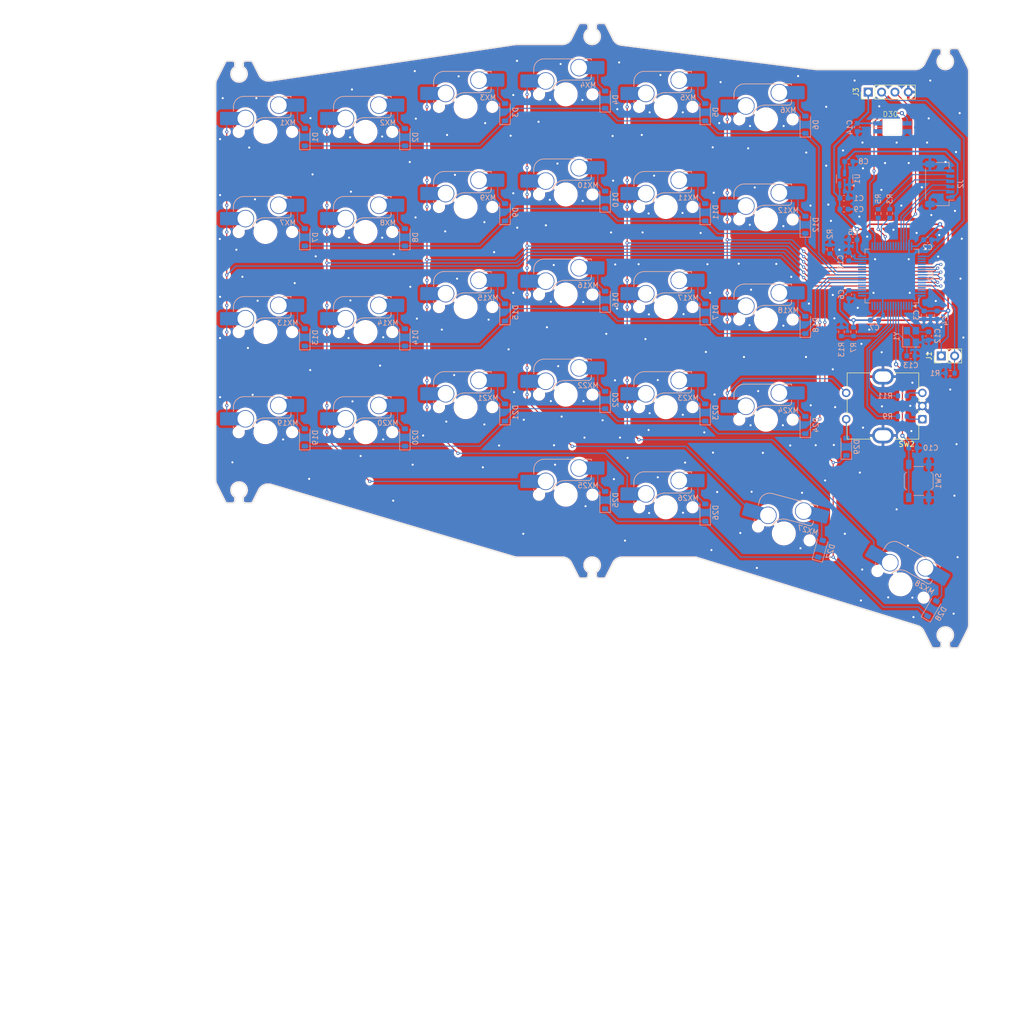
<source format=kicad_pcb>
(kicad_pcb (version 20240108) (generator "pcbnew") (generator_version "8.0")
  (layers (0 "F.Cu" signal) (31 "B.Cu" signal) (34 "B.Paste" user) (35 "F.Paste" user) (36 "B.SilkS" user "B.Silkscreen") (37 "F.SilkS" user "F.Silkscreen") (38 "B.Mask" user) (39 "F.Mask" user) (44 "Edge.Cuts" user))
  (net 0 "")
  (net 1 "+3V3")
  (net 2 "GND")
  (net 3 "+5V")
  (net 4 "/nRESET")
  (net 5 "Net-(U2-VCAP1)")
  (net 6 "/XIN")
  (net 7 "/BOOT0")
  (net 8 "/ROW0")
  (net 9 "Net-(D1-A)")
  (net 10 "Net-(D2-A)")
  (net 11 "Net-(D3-A)")
  (net 12 "Net-(D4-A)")
  (net 13 "Net-(D5-A)")
  (net 14 "Net-(D6-A)")
  (net 15 "/ROW1")
  (net 16 "Net-(D7-A)")
  (net 17 "Net-(D8-A)")
  (net 18 "Net-(D9-A)")
  (net 19 "Net-(D10-A)")
  (net 20 "Net-(D11-A)")
  (net 21 "Net-(D12-A)")
  (net 22 "/ROW2")
  (net 23 "Net-(D13-A)")
  (net 24 "Net-(D14-A)")
  (net 25 "Net-(D15-A)")
  (net 26 "Net-(D16-A)")
  (net 27 "Net-(D17-A)")
  (net 28 "Net-(D18-A)")
  (net 29 "/ROW3")
  (net 30 "Net-(D19-A)")
  (net 31 "Net-(D20-A)")
  (net 32 "Net-(D21-A)")
  (net 33 "Net-(D22-A)")
  (net 34 "Net-(D23-A)")
  (net 35 "Net-(D24-A)")
  (net 36 "/ROW4")
  (net 37 "Net-(D25-A)")
  (net 38 "Net-(D26-A)")
  (net 39 "Net-(D27-A)")
  (net 40 "Net-(D28-A)")
  (net 41 "/ENC_SW_2")
  (net 42 "/IND_LED")
  (net 43 "/USB_D+")
  (net 44 "/USB_D-")
  (net 45 "/SPLIT_TX")
  (net 46 "/SPLIT_RX")
  (net 47 "/SWCLK")
  (net 48 "/SWDIO")
  (net 49 "/COL0")
  (net 50 "/COL1")
  (net 51 "/COL2")
  (net 52 "/COL3")
  (net 53 "/COL4")
  (net 54 "/COL5")
  (net 55 "/BOOT1")
  (net 57 "/UART_TX")
  (net 58 "/UART_RX")
  (net 59 "/HANDEDNESS")
  (net 61 "/ENC_A")
  (net 62 "Net-(R9-Pad1)")
  (net 63 "/ENC_B")
  (net 64 "Net-(R11-Pad2)")
  (net 65 "/XOUT")
  (footprint "lib-zegonix:SK6812MINI-E_3.2x2.8_reverse_mount" (layer "F.Cu") (at 165.28 43.22)
    (property "Reference" "D30")
    (property "Value" "~")
    (fp_line (start -1.7 1.35) (end -1.7 -1.35) (stroke (width 0.05)) (layer "Edge.Cuts"))
    (fp_line (start -1.6 -1.45) (end 1.6 -1.45) (stroke (width 0.05)) (layer "Edge.Cuts"))
    (fp_line (start 1.6 1.45) (end -1.6 1.45) (stroke (width 0.05)) (layer "Edge.Cuts"))
    (fp_line (start 1.7 -1.35) (end 1.7 1.35) (stroke (width 0.05)) (layer "Edge.Cuts"))
    (fp_arc (start -1.7 -1.35) (mid -1.670711 -1.420711) (end -1.6 -1.45) (stroke (width 0.05)) (layer "Edge.Cuts"))
    (fp_arc (start -1.6 1.45) (mid -1.670711 1.420711) (end -1.7 1.35) (stroke (width 0.05)) (layer "Edge.Cuts"))
    (fp_arc (start 1.6 -1.45) (mid 1.670711 -1.420711) (end 1.7 -1.35) (stroke (width 0.05)) (layer "Edge.Cuts"))
    (fp_arc (start 1.7 1.35) (mid 1.670711 1.420711) (end 1.6 1.45) (stroke (width 0.05)) (layer "Edge.Cuts"))
  )
  (footprint "Connector_PinHeader_2.54mm:PinHeader_1x04_P2.54mm_Vertical" (layer "F.Cu") (at 160.68 36.52 90)
    (property "Reference" "J3")
    (property "Value" "Conn_01x04_Pin")
  )
  (footprint "Rotary_Encoder:RotaryEncoder_Bourns_Vertical_PEC12R-3x17F-Sxxxx" (layer "F.Cu") (at 170.98 98.76 180)
    (property "Reference" "SW2")
    (property "Value" "Rotary_Encoder_Default")
  )
  (footprint "Connector_PinHeader_2.54mm:PinHeader_1x02_P2.54mm_Vertical" (layer "F.Cu") (at 174.58 86.72 90)
    (property "Reference" "J1")
    (property "Value" "Conn_01x02_Pin")
  )
  (footprint "Diode_SMD:D_SOD-123" (layer "B.Cu") (at 129.649998 78.4375 90)
    (property "Reference" "D17")
    (property "Value" "D_Small")
  )
  (footprint "PCM_marbastlib-mx:SW_MX_HS_1u" (layer "B.Cu") (at 45.959998 63.13 180)
    (property "Reference" "MX7")
    (property "Value" "MX_SW_HS")
  )
  (footprint "Capacitor_SMD:C_0603_1608Metric" (layer "B.Cu") (at 171.98 64.62)
    (property "Reference" "C2")
    (property "Value" "100n")
  )
  (footprint "Capacitor_SMD:C_0603_1608Metric" (layer "B.Cu") (at 156.99 75.02 -90)
    (property "Reference" "C6")
    (property "Value" "100n")
  )
  (footprint "Diode_SMD:D_SOD-123" (layer "B.Cu") (at 53.449998 45.1 90)
    (property "Reference" "D1")
    (property "Value" "D_Small")
  )
  (footprint "Capacitor_SMD:C_0603_1608Metric" (layer "B.Cu") (at 172.18 82.92 90)
    (property "Reference" "C12")
    (property "Value" "12p")
  )
  (footprint "PCM_marbastlib-mx:SW_MX_HS_1u" (layer "B.Cu") (at 84.059998 39.3175 180)
    (property "Reference" "MX3")
    (property "Value" "MX_SW_HS")
  )
  (footprint "PCM_marbastlib-mx:SW_MX_HS_1u" (layer "B.Cu") (at 122.159998 58.3675 180)
    (property "Reference" "MX11")
    (property "Value" "MX_SW_HS")
  )
  (footprint "Connector_JST:JST_SH_SM06B-SRSS-TB_1x06-1MP_P1.00mm_Horizontal" (layer "B.Cu") (at 174.28 54.02 90)
    (property "Reference" "J2")
    (property "Value" "Conn_01x06_MountingPin")
  )
  (footprint "Capacitor_SMD:C_0603_1608Metric" (layer "B.Cu") (at 156.98 67.82 90)
    (property "Reference" "C11")
    (property "Value" "100n")
  )
  (footprint "Capacitor_SMD:C_0603_1608Metric" (layer "B.Cu") (at 168.78 86.72 180)
    (property "Reference" "C13")
    (property "Value" "12p")
  )
  (footprint "Resistor_SMD:R_0603_1608Metric" (layer "B.Cu") (at 164.78 59.62 -90)
    (property "Reference" "R3")
    (property "Value" "1k")
  )
  (footprint "PCM_marbastlib-mx:SW_MX_HS_1u" (layer "B.Cu") (at 45.959998 44.08 180)
    (property "Reference" "MX1")
    (property "Value" "MX_SW_HS")
  )
  (footprint "Resistor_SMD:R_0603_1608Metric" (layer "B.Cu") (at 176.28 90.02 180)
    (property "Reference" "R1")
    (property "Value" "10k")
  )
  (footprint "Diode_SMD:D_SOD-123" (layer "B.Cu") (at 151.58764 123.418826 75)
    (property "Reference" "D27")
    (property "Value" "D_Small")
  )
  (footprint "PCM_marbastlib-mx:SW_MX_HS_1u" (layer "B.Cu") (at 103.109998 75.03625 180)
    (property "Reference" "MX16")
    (property "Value" "MX_SW_HS")
  )
  (footprint "Diode_SMD:D_SOD-123" (layer "B.Cu") (at 91.549998 40.3375 90)
    (property "Reference" "D3")
    (property "Value" "D_Small")
  )
  (footprint "Diode_SMD:D_SOD-123" (layer "B.Cu") (at 91.549998 78.4375 90)
    (property "Reference" "D15")
    (property "Value" "D_Small")
  )
  (footprint "PCM_marbastlib-mx:SW_MX_HS_1u" (layer "B.Cu") (at 65.009998 82.18 180)
    (property "Reference" "MX14")
    (property "Value" "MX_SW_HS")
  )
  (footprint "Capacitor_SMD:C_0603_1608Metric" (layer "B.Cu") (at 171.28 78.945 -90)
    (property "Reference" "C3")
    (property "Value" "100n")
  )
  (footprint "Diode_SMD:D_SOD-123" (layer "B.Cu") (at 110.599998 57.00625 90)
    (property "Reference" "D10")
    (property "Value" "D_Small")
  )
  (footprint "Capacitor_SMD:C_0603_1608Metric" (layer "B.Cu") (at 158.58 43.22 -90)
    (property "Reference" "C14")
    (property "Value" "100n")
  )
  (footprint "PCM_marbastlib-mx:SW_MX_HS_1u" (layer "B.Cu") (at 84.059998 58.3675 180)
    (property "Reference" "MX9")
    (property "Value" "MX_SW_HS")
  )
  (footprint "Diode_SMD:D_SOD-123" (layer "B.Cu") (at 110.599998 95.10625 90)
    (property "Reference" "D22")
    (property "Value" "D_Small")
  )
  (footprint "PCM_marbastlib-mx:SW_MX_HS_1u" (layer "B.Cu") (at 141.209998 98.84875 180)
    (property "Reference" "MX24")
    (property "Value" "MX_SW_HS")
  )
  (footprint "Crystal:Crystal_SMD_3225-4Pin_3.2x2.5mm" (layer "B.Cu") (at 168.88 83.02 90)
    (property "Reference" "Y1")
    (property "Value" "8MHz")
  )
  (footprint "Diode_SMD:D_SOD-123" (layer "B.Cu") (at 72.499998 83.2 90)
    (property "Reference" "D14")
    (property "Value" "D_Small")
  )
  (footprint "Diode_SMD:D_SOD-123" (layer "B.Cu") (at 72.499998 102.25 90)
    (property "Reference" "D20")
    (property "Value" "D_Small")
  )
  (footprint "PCM_marbastlib-mx:SW_MX_HS_1u" (layer "B.Cu") (at 103.109998 94.08625 180)
    (property "Reference" "MX22")
    (property "Value" "MX_SW_HS")
  )
  (footprint "Capacitor_SMD:C_0603_1608Metric" (layer "B.Cu") (at 169.18 104.22)
    (property "Reference" "C10")
    (property "Value" "100n")
  )
  (footprint "Capacitor_SMD:C_0603_1608Metric" (layer "B.Cu") (at 173.78 78.945 -90)
    (property "Reference" "C4")
    (property "Value" "100n")
  )
  (footprint "PCM_marbastlib-mx:SW_MX_HS_1u" (layer "B.Cu") (at 84.059998 96.4675 180)
    (property "Reference" "MX21")
    (property "Value" "MX_SW_HS")
  )
  (footprint "Diode_SMD:D_SOD-123" (layer "B.Cu") (at 129.649998 59.3875 90)
    (property "Reference" "D11")
    (property "Value" "D_Small")
  )
  (footprint "PCM_marbastlib-mx:SW_MX_HS_1u" (layer "B.Cu") (at 45.959998 82.18 180)
    (property "Reference" "MX13")
    (property "Value" "MX_SW_HS")
  )
  (footprint "Diode_SMD:D_SOD-123" (layer "B.Cu") (at 129.649998 40.3375 90)
    (property "Reference" "D5")
    (property "Value" "D_Small")
  )
  (footprint "PCM_marbastlib-mx:SW_MX_HS_1u" (layer "B.Cu") (at 84.059998 77.4175 180)
    (property "Reference" "MX15")
    (property "Value" "MX_SW_HS")
  )
  (footprint "Diode_SMD:D_SOD-123" (layer "B.Cu") (at 148.699998 61.76875 90)
    (property "Reference" "D12")
    (property "Value" "D_Small")
  )
  (footprint "PCM_marbastlib-mx:SW_MX_HS_1u" (layer "B.Cu") (at 45.959998 101.23 180)
    (property "Reference" "MX19")
    (property "Value" "MX_SW_HS")
  )
  (footprint "Diode_SMD:D_SOD-123" (layer "B.Cu") (at 91.549998 59.3875 90)
    (property "Reference" "D9")
    (property "Value" "D_Small")
  )
  (footprint "PCM_marbastlib-mx:SW_MX_HS_1u" (layer "B.Cu") (at 122.159998 77.4175 180)
    (property "Reference" "MX17")
    (property "Value" "MX_SW_HS")
  )
  (footprint "Capacitor_SMD:C_0603_1608Metric" (layer "B.Cu") (at 156.055 58.8)
    (property "Reference" "C9")
    (property "Value" "1u")
  )
  (footprint "Capacitor_SMD:C_0603_1608Metric" (layer "B.Cu") (at 156.98 49.72)
    (property "Reference" "C8")
    (property "Value" "1u")
  )
  (footprint "Diode_SMD:D_SOD-123" (layer "B.Cu") (at 148.699998 80.81875 90)
    (property "Reference" "D18")
    (property "Value" "D_Small")
  )
  (footprint "PCM_marbastlib-mx:SW_MX_HS_1u" (layer "B.Cu") (at 103.109998 36.93625 180)
    (property "Reference" "MX4")
    (property "Value" "MX_SW_HS")
  )
  (footprint "Diode_SMD:D_SOD-123" (layer "B.Cu") (at 156.5 104.025 90)
    (property "Reference" "D29")
    (property "Value" "D_Small")
  )
  (footprint "Diode_SMD:D_SOD-123" (layer "B.Cu") (at 53.449998 64.15 90)
    (property "Reference" "D7")
    (property "Value" "D_Small")
  )
  (footprint "PCM_marbastlib-mx:SW_MX_HS_1u" (layer "B.Cu") (at 65.009998 101.23 180)
    (property "Reference" "MX20")
    (property "Value" "MX_SW_HS")
  )
  (footprint "Diode_SMD:D_SOD-123" (layer "B.Cu") (at 110.599998 114.15625 90)
    (property "Reference" "D25")
    (property "Value" "D_Small")
  )
  (footprint "PCM_marbastlib-mx:SW_MX_HS_1u" (layer "B.Cu") (at 144.616851 120.495027 165)
    (property "Reference" "MX27")
    (property "Value" "MX_SW_HS")
  )
  (footprint "PCM_marbastlib-mx:SW_MX_HS_1u" (layer "B.Cu") (at 103.109998 55.98625 180)
    (property "Reference" "MX10")
    (property "Value" "MX_SW_HS")
  )
  (footprint "Diode_SMD:D_SOD-123" (layer "B.Cu") (at 110.599998 76.05625 90)
    (property "Reference" "D16")
    (property "Value" "D_Small")
  )
  (footprint "Button_Switch_SMD:SW_SPST_TL3342" (layer "B.Cu") (at 170.28 110.52 90)
    (property "Reference" "SW1")
    (property "Value" "SW_Push")
  )
  (footprint "Package_QFP:LQFP-64_10x10mm_P0.5mm" (layer "B.Cu") (at 165.18 71.52 90)
    (property "Reference" "U2")
    (property "Value" "STM32F401RCTx")
  )
  (footprint "PCM_marbastlib-mx:SW_MX_HS_1u" (layer "B.Cu") (at 122.159998 115.5175 180)
    (property "Reference" "MX26")
    (property "Value" "MX_SW_HS")
  )
  (footprint "Diode_SMD:D_SOD-123" (layer "B.Cu") (at 110.599998 37.95625 90)
    (property "Reference" "D4")
    (property "Value" "D_Small")
  )
  (footprint "Resistor_SMD:R_0603_1608Metric" (layer "B.Cu") (at 167.18 94.32)
    (property "Reference" "R11")
    (property "Value" "10k")
  )
  (footprint "PCM_marbastlib-mx:SW_MX_HS_1u" (layer "B.Cu") (at 141.209998 79.79875 180)
    (property "Reference" "MX18")
    (property "Value" "MX_SW_HS")
  )
  (footprint "Resistor_SMD:R_0603_1608Metric" (layer "B.Cu") (at 167.18 98.22 180)
    (property "Reference" "R9")
    (property "Value" "10k")
  )
  (footprint "PCM_marbastlib-mx:SW_MX_HS_1u" (layer "B.Cu") (at 141.209998 60.74875 180)
    (property "Reference" "MX12")
    (property "Value" "MX_SW_HS")
  )
  (footprint "Capacitor_SMD:C_0603_1608Metric" (layer "B.Cu") (at 156.055 56.7)
    (property "Reference" "C1")
    (property "Value" "10u")
  )
  (footprint "Capacitor_SMD:C_0603_1608Metric" (layer "B.Cu") (at 161.88 79.92)
    (property "Reference" "C7")
    (property "Value" "100n")
  )
  (footprint "PCM_marbastlib-mx:SW_MX_HS_1u" (layer "B.Cu") (at 166.822135 130.186605 150)
    (property "Reference" "MX28")
    (property "Value" "MX_SW_HS")
  )
  (footprint "Capacitor_SMD:C_0603_1608Metric" (layer "B.Cu") (at 157.78 64.62 180)
    (property "Reference" "C5")
    (property "Value" "100n")
  )
  (footprint "Diode_SMD:D_SOD-123" (layer "B.Cu") (at 129.649998 116.5375 90)
    (property "Reference" "D26")
    (property "Value" "D_Small")
  )
  (footprint "PCM_marbastlib-mx:SW_MX_HS_1u" (layer "B.Cu") (at 103.109998 113.13625 180)
    (property "Reference" "MX25")
    (property "Value" "MX_SW_HS")
  )
  (footprint "Diode_SMD:D_SOD-123" (layer "B.Cu") (at 91.549998 97.4875 90)
    (property "Reference" "D21")
    (property "Value" "D_Small")
  )
  (footprint "PCM_marbastlib-mx:SW_MX_HS_1u" (layer "B.Cu") (at 141.209998 41.69875 180)
    (property "Reference" "MX6")
    (property "Value" "MX_SW_HS")
  )
  (footprint "Package_TO_SOT_SMD:SOT-23-3" (layer "B.Cu") (at 156.18 53.02 90)
    (property "Reference" "U1")
    (property "Value" "XC6206PxxxMR")
  )
  (footprint "Diode_SMD:D_SOD-123" (layer "B.Cu") (at 129.649998 97.4875 90)
    (property "Reference" "D23")
    (property "Value" "D_Small")
  )
  (footprint "Diode_SMD:D_SOD-123" (layer "B.Cu") (at 72.499998 64.15 90)
    (property "Reference" "D8")
    (property "Value" "D_Small")
  )
  (footprint "PCM_marbastlib-mx:SW_MX_HS_1u" (layer "B.Cu") (at 122.159998 96.4675 180)
    (property "Reference" "MX23")
    (property "Value" "MX_SW_HS")
  )
  (footprint "Diode_SMD:D_SOD-123" (layer "B.Cu") (at 172.798665 134.814951 60)
    (property "Reference" "D28")
    (property "Value" "D_Small")
  )
  (footprint "Resistor_SMD:R_0603_1608Metric" (layer "B.Cu") (at 153.38 66.42 90)
    (property "Reference" "R2")
    (property "Value" "10k")
  )
  (footprint "PCM_marbastlib-mx:SW_MX_HS_1u" (layer "B.Cu") (at 65.009998 63.13 180)
    (property "Reference" "MX8")
    (property "Value" "MX_SW_HS")
  )
  (footprint "Resistor_SMD:R_0603_1608Metric" (layer "B.Cu") (at 157.88 82.12 -90)
    (property "Reference" "R7")
    (property "Value" "10k")
  )
  (footprint "Diode_SMD:D_SOD-123" (layer "B.Cu") (at 53.449998 102.25 90)
    (property "Reference" "D19")
    (property "Value" "D_Small")
  )
  (footprint "Resistor_SMD:R_0603_1608Metric" (layer "B.Cu") (at 162.58 59.62 -90)
    (property "Reference" "R5")
    (property "Value" "1k")
  )
  (footprint "Diode_SMD:D_SOD-123" (layer "B.Cu") (at 53.449998 83.2 90)
    (property "Reference" "D13")
    (property "Value" "D_Small")
  )
  (footprint "PCM_marbastlib-mx:SW_MX_HS_1u" (layer "B.Cu") (at 65.009998 44.08 180)
    (property "Reference" "MX2")
    (property "Value" "MX_SW_HS")
  )
  (footprint "Diode_SMD:D_SOD-123" (layer "B.Cu") (at 72.499998 45.1 90)
    (property "Reference" "D2")
    (property "Value" "D_Small")
  )
  (footprint "Diode_SMD:D_SOD-123" (layer "B.Cu") (at 148.699998 42.71875 90)
    (property "Reference" "D6")
    (property "Value" "D_Small")
  )
  (footprint "PCM_marbastlib-mx:SW_MX_HS_1u" (layer "B.Cu") (at 122.159998 39.3175 180)
    (property "Reference" "MX5")
    (property "Value" "MX_SW_HS")
  )
  (footprint "Diode_SMD:D_SOD-123" (layer "B.Cu") (at 148.699998 99.86875 90)
    (property "Reference" "D24")
    (property "Value" "D_Small")
  )
  (footprint "Resistor_SMD:R_0603_1608Metric" (layer "B.Cu") (at 155.58 82.12 90)
    (property "Reference" "R13")
    (property "Value" "10k")
  )
  (gr_arc (start 113.701875 27.542909) (mid 112.794977 27.190994) (end 112.16141 26.45282) (stroke (width 0.1)) (layer "Edge.Cuts"))
  (gr_line (start 172.701803 142.063607) (end 171.222035 139.104069) (stroke (width 0.1)) (layer "Edge.Cuts"))
  (gr_line (start 173.149017 142.34) (end 174.09 142.34) (stroke (width 0.1)) (layer "Edge.Cuts"))
  (gr_arc (start 40.19 113.555) (mid 40.94 110.744834) (end 41.69 113.555) (stroke (width 0.1)) (layer "Edge.Cuts"))
  (gr_line (start 176.09 28.68) (end 176.09 29.375) (stroke (width 0.1)) (layer "Edge.Cuts"))
  (gr_line (start 113.876068 125.04) (end 127.512929 125.04) (stroke (width 0.1)) (layer "Edge.Cuts"))
  (gr_line (start 43.130983 30.56) (end 42.19 30.56) (stroke (width 0.1)) (layer "Edge.Cuts"))
  (gr_line (start 43.578197 114.473607) (end 44.689738 112.250524) (stroke (width 0.1)) (layer "Edge.Cuts"))
  (gr_line (start 47.048167 111.227769) (end 93.261234 124.957181) (stroke (width 0.1)) (layer "Edge.Cuts"))
  (gr_arc (start 127.512929 125.04) (mid 127.811613 125.062425) (end 128.103597 125.129212) (stroke (width 0.1)) (layer "Edge.Cuts"))
  (gr_line (start 41.69 31.06) (end 41.69 31.755) (stroke (width 0.1)) (layer "Edge.Cuts"))
  (gr_line (start 108.89 23.91) (end 108.89 24.605) (stroke (width 0.1)) (layer "Edge.Cuts"))
  (gr_arc (start 38.749017 114.75) (mid 38.486151 114.675325) (end 38.301803 114.473607) (stroke (width 0.1)) (layer "Edge.Cuts"))
  (gr_line (start 110.330983 129.04) (end 109.39 129.04) (stroke (width 0.1)) (layer "Edge.Cuts"))
  (gr_arc (start 102.403932 125.04) (mid 103.455402 125.338685) (end 104.192786 126.145573) (stroke (width 0.1)) (layer "Edge.Cuts"))
  (gr_line (start 41.69 114.25) (end 41.69 113.555) (stroke (width 0.1)) (layer "Edge.Cuts"))
  (gr_arc (start 36.44 35.032136) (mid 36.493494 34.572628) (end 36.651145 34.137709) (stroke (width 0.1)) (layer "Edge.Cuts"))
  (gr_arc (start 107.39 128.54) (mid 107.243553 128.893553) (end 106.89 129.04) (stroke (width 0.1)) (layer "Edge.Cuts"))
  (gr_line (start 36.44 35.032136) (end 36.44 110.277864) (stroke (width 0.1)) (layer "Edge.Cuts"))
  (gr_arc (start 43.578197 114.473607) (mid 43.393847 114.675319) (end 43.130983 114.75) (stroke (width 0.1)) (layer "Edge.Cuts"))
  (gr_arc (start 107.39 127.845) (mid 108.14 125.034834) (end 108.89 127.845) (stroke (width 0.1)) (layer "Edge.Cuts"))
  (gr_line (start 174.09 28.18) (end 173.149017 28.18) (stroke (width 0.1)) (layer "Edge.Cuts"))
  (gr_arc (start 179.628855 31.757709) (mid 179.786506 32.192628) (end 179.84 32.652136) (stroke (width 0.1)) (layer "Edge.Cuts"))
  (gr_line (start 177.530983 28.18) (end 176.59 28.18) (stroke (width 0.1)) (layer "Edge.Cuts"))
  (gr_line (start 40.19 31.06) (end 40.19 31.755) (stroke (width 0.1)) (layer "Edge.Cuts"))
  (gr_line (start 176.59 142.34) (end 177.530983 142.34) (stroke (width 0.1)) (layer "Edge.Cuts"))
  (gr_arc (start 105.501803 23.686393) (mid 105.686147 23.484667) (end 105.949017 23.41) (stroke (width 0.1)) (layer "Edge.Cuts"))
  (gr_line (start 174.59 28.68) (end 174.59 29.375) (stroke (width 0.1)) (layer "Edge.Cuts"))
  (gr_line (start 43.130983 114.75) (end 42.19 114.75) (stroke (width 0.1)) (layer "Edge.Cuts"))
  (gr_arc (start 171.392786 31.074427) (mid 170.655393 31.8813) (end 169.603932 32.18) (stroke (width 0.1)) (layer "Edge.Cuts"))
  (gr_arc (start 39.69 30.56) (mid 40.043553 30.706447) (end 40.19 31.06) (stroke (width 0.1)) (layer "Edge.Cuts"))
  (gr_line (start 150.874678 32.18) (end 169.603932 32.18) (stroke (width 0.1)) (layer "Edge.Cuts"))
  (gr_line (start 107.39 128.54) (end 107.39 127.845) (stroke (width 0.1)) (layer "Edge.Cuts"))
  (gr_arc (start 105.949017 129.04) (mid 105.686155 128.96532) (end 105.501803 128.763607) (stroke (width 0.1)) (layer "Edge.Cuts"))
  (gr_arc (start 177.978197 142.063607) (mid 177.793853 142.265333) (end 177.530983 142.34) (stroke (width 0.1)) (layer "Edge.Cuts"))
  (gr_line (start 39.69 30.56) (end 38.749017 30.56) (stroke (width 0.1)) (layer "Edge.Cuts"))
  (gr_line (start 150.626288 32.164516) (end 113.701875 27.542909) (stroke (width 0.1)) (layer "Edge.Cuts"))
  (gr_arc (start 109.39 129.04) (mid 109.036447 128.893553) (end 108.89 128.54) (stroke (width 0.1)) (layer "Edge.Cuts"))
  (gr_line (start 93.443918 27.431692) (end 46.874196 34.34703) (stroke (width 0.1)) (layer "Edge.Cuts"))
  (gr_line (start 179.84 137.867863) (end 179.84 32.652136) (stroke (width 0.1)) (layer "Edge.Cuts"))
  (gr_line (start 172.701803 28.456393) (end 171.392786 31.074427) (stroke (width 0.1)) (layer "Edge.Cuts"))
  (gr_line (start 93.737685 27.41) (end 102.403932 27.41) (stroke (width 0.1)) (layer "Edge.Cuts"))
  (gr_line (start 107.39 23.91) (end 107.39 24.605) (stroke (width 0.1)) (layer "Edge.Cuts"))
  (gr_arc (start 174.59 141.84) (mid 174.443553 142.193553) (end 174.09 142.34) (stroke (width 0.1)) (layer "Edge.Cuts"))
  (gr_arc (start 38.301803 30.836393) (mid 38.486151 30.634674) (end 38.749017 30.56) (stroke (width 0.1)) (layer "Edge.Cuts"))
  (gr_arc (start 106.89 23.41) (mid 107.243553 23.556447) (end 107.39 23.91) (stroke (width 0.1)) (layer "Edge.Cuts"))
  (gr_line (start 176.09 141.84) (end 176.09 141.144999) (stroke (width 0.1)) (layer "Edge.Cuts"))
  (gr_arc (start 36.651146 111.172291) (mid 36.49351 110.737369) (end 36.44 110.277864) (stroke (width 0.1)) (layer "Edge.Cuts"))
  (gr_line (start 38.749017 114.75) (end 39.69 114.75) (stroke (width 0.1)) (layer "Edge.Cuts"))
  (gr_line (start 106.89 23.41) (end 105.949017 23.41) (stroke (width 0.1)) (layer "Edge.Cuts"))
  (gr_arc (start 110.778197 128.763607) (mid 110.593853 128.965333) (end 110.330983 129.04) (stroke (width 0.1)) (layer "Edge.Cuts"))
  (gr_line (start 110.778197 128.763607) (end 112.087214 126.145573) (stroke (width 0.1)) (layer "Edge.Cuts"))
  (gr_line (start 105.501803 128.763607) (end 104.192786 126.145573) (stroke (width 0.1)) (layer "Edge.Cuts"))
  (gr_line (start 106.89 129.04) (end 105.949017 129.04) (stroke (width 0.1)) (layer "Edge.Cuts"))
  (gr_arc (start 108.89 23.91) (mid 109.036447 23.556447) (end 109.39 23.41) (stroke (width 0.1)) (layer "Edge.Cuts"))
  (gr_arc (start 93.830808 125.04) (mid 93.543027 125.019182) (end 93.261234 124.957181) (stroke (width 0.1)) (layer "Edge.Cuts"))
  (gr_arc (start 170.023848 138.087708) (mid 170.726918 138.47331) (end 171.222035 139.104069) (stroke (width 0.1)) (layer "Edge.Cuts"))
  (gr_line (start 177.978197 142.063607) (end 179.628855 138.76229) (stroke (width 0.1)) (layer "Edge.Cuts"))
  (gr_line (start 177.978197 28.456393) (end 179.628855 31.757709) (stroke (width 0.1)) (layer "Edge.Cuts"))
  (gr_line (start 174.59 141.84) (end 174.59 141.144999) (stroke (width 0.1)) (layer "Edge.Cuts"))
  (gr_arc (start 40.19 114.25) (mid 40.043553 114.603553) (end 39.69 114.75) (stroke (width 0.1)) (layer "Edge.Cuts"))
  (gr_line (start 93.830808 125.04) (end 102.403932 125.04) (stroke (width 0.1)) (layer "Edge.Cuts"))
  (gr_line (start 110.778197 23.686393) (end 112.16141 26.45282) (stroke (width 0.1)) (layer "Edge.Cuts"))
  (gr_arc (start 43.130983 30.56) (mid 43.393849 30.634675) (end 43.578197 30.836393) (stroke (width 0.1)) (layer "Edge.Cuts"))
  (gr_arc (start 108.89 24.605) (mid 108.14 27.415166) (end 107.39 24.605) (stroke (width 0.1)) (layer "Edge.Cuts"))
  (gr_arc (start 44.689738 112.250524) (mid 45.682879 111.310077) (end 47.048167 111.227769) (stroke (width 0.1)) (layer "Edge.Cuts"))
  (gr_arc (start 41.69 31.755) (mid 40.94 34.565166) (end 40.19 31.755) (stroke (width 0.1)) (layer "Edge.Cuts"))
  (gr_arc (start 104.192786 26.304427) (mid 103.455385 27.111287) (end 102.403932 27.41) (stroke (width 0.1)) (layer "Edge.Cuts"))
  (gr_line (start 110.330983 23.41) (end 109.39 23.41) (stroke (width 0.1)) (layer "Edge.Cuts"))
  (gr_arc (start 41.69 31.06) (mid 41.836447 30.706447) (end 42.19 30.56) (stroke (width 0.1)) (layer "Edge.Cuts"))
  (gr_arc (start 93.443918 27.431692) (mid 93.590402 27.41543) (end 93.737685 27.41) (stroke (width 0.1)) (layer "Edge.Cuts"))
  (gr_line (start 38.301803 30.836393) (end 36.651145 34.137709) (stroke (width 0.1)) (layer "Edge.Cuts"))
  (gr_arc (start 46.874196 34.34703) (mid 45.657093 34.14285) (end 44.791575 33.263149) (stroke (width 0.1)) (layer "Edge.Cuts"))
  (gr_line (start 170.023848 138.087708) (end 128.103597 125.129212) (stroke (width 0.1)) (layer "Edge.Cuts"))
  (gr_arc (start 176.09 29.375) (mid 175.34 32.185166) (end 174.59 29.375) (stroke (width 0.1)) (layer "Edge.Cuts"))
  (gr_arc (start 179.84 137.867863) (mid 179.786489 138.327367) (end 179.628855 138.76229) (stroke (width 0.1)) (layer "Edge.Cuts"))
  (gr_arc (start 172.701803 28.456393) (mid 172.886147 28.254667) (end 173.149017 28.18) (stroke (width 0.1)) (layer "Edge.Cuts"))
  (gr_arc (start 174.09 28.18) (mid 174.443553 28.326447) (end 174.59 28.68) (stroke (width 0.1)) (layer "Edge.Cuts"))
  (gr_line (start 108.89 128.54) (end 108.89 127.845) (stroke (width 0.1)) (layer "Edge.Cuts"))
  (gr_arc (start 173.149017 142.34) (mid 172.886155 142.26532) (end 172.701803 142.063607) (stroke (width 0.1)) (layer "Edge.Cuts"))
  (gr_line (start 38.301803 114.473607) (end 36.651146 111.172291) (stroke (width 0.1)) (layer "Edge.Cuts"))
  (gr_arc (start 110.330983 23.41) (mid 110.593845 23.48468) (end 110.778197 23.686393) (stroke (width 0.1)) (layer "Edge.Cuts"))
  (gr_arc (start 174.59 141.144999) (mid 175.34 138.334833) (end 176.09 141.144999) (stroke (width 0.1)) (layer "Edge.Cuts"))
  (gr_line (start 43.578197 30.836393) (end 44.791575 33.263149) (stroke (width 0.1)) (layer "Edge.Cuts"))
  (gr_arc (start 177.530983 28.18) (mid 177.793845 28.25468) (end 177.978197 28.456393) (stroke (width 0.1)) (layer "Edge.Cuts"))
  (gr_line (start 40.19 114.25) (end 40.19 113.555) (stroke (width 0.1)) (layer "Edge.Cuts"))
  (gr_arc (start 150.874678 32.18) (mid 150.750242 32.176126) (end 150.626288 32.164516) (stroke (width 0.1)) (layer "Edge.Cuts"))
  (gr_arc (start 176.59 142.34) (mid 176.236447 142.193553) (end 176.09 141.84) (stroke (width 0.1)) (layer "Edge.Cuts"))
  (gr_arc (start 42.19 114.75) (mid 41.836447 114.603553) (end 41.69 114.25) (stroke (width 0.1)) (layer "Edge.Cuts"))
  (gr_arc (start 176.09 28.68) (mid 176.236447 28.326447) (end 176.59 28.18) (stroke (width 0.1)) (layer "Edge.Cuts"))
  (gr_line (start 105.501803 23.686393) (end 104.192786 26.304427) (stroke (width 0.1)) (layer "Edge.Cuts"))
  (gr_arc (start 112.087214 126.145573) (mid 112.824607 125.3387) (end 113.876068 125.04) (stroke (width 0.1)) (layer "Edge.Cuts"))
  (segment (start 175.88 78.12) (end 174.08 79.92) (width 0.3) (layer "F.Cu") (net 1))
  (segment (start 175.88 63.22) (end 174.33 61.67) (width 0.3) (layer "F.Cu") (net 1))
  (segment (start 159.98 62.62) (end 158.58 62.62) (width 0.3) (layer "F.Cu") (net 1))
  (segment (start 175.88 78.12) (end 175.88 63.22) (width 0.3) (layer "F.Cu") (net 1))
  (segment (start 174.08 79.92) (end 157.88 79.92) (width 0.3) (layer "F.Cu") (net 1))
  (segment (start 160.93 61.67) (end 159.98 62.62) (width 0.3) (layer "F.Cu") (net 1))
  (segment (start 174.33 61.67) (end 160.93 61.67) (width 0.3) (layer "F.Cu") (net 1))
  (via (at 158.58 62.62) (size 0.8) (drill 0.4) (layers "F.Cu" "B.Cu") (net 1))
  (via (at 175.88 78.12) (size 0.8) (drill 0.4) (layers "F.Cu" "B.Cu") (net 1))
  (via (at 157.88 79.92) (size 0.8) (drill 0.4) (layers "F.Cu" "B.Cu") (net 1))
  (via (at 174.33 61.67) (size 0.8) (drill 0.4) (layers "F.Cu" "B.Cu") (net 1))
  (segment (start 162.93 77.195) (end 162.93 78.095) (width 0.3) (layer "B.Cu") (net 1))
  (segment (start 158.58 42.445) (end 160.68 40.345) (width 0.3) (layer "B.Cu") (net 1))
  (segment (start 159.505 67.77) (end 158.555 66.82) (width 0.3) (layer "B.Cu") (net 1))
  (segment (start 157.88 79.92) (end 161.105 79.92) (width 0.3) (layer "B.Cu") (net 1))
  (segment (start 168.93 65.845) (end 169.98 65.845) (width 0.3) (layer "B.Cu") (net 1))
  (segment (start 174.58 86.72) (end 174.58 84.42) (width 0.2) (layer "B.Cu") (net 1))
  (segment (start 158.555 62.584339) (end 158.555 62.595) (width 0.3) (layer "B.Cu") (net 1))
  (segment (start 155.28 75.955) (end 156.99 74.245) (width 0.3) (layer "B.Cu") (net 1))
  (segment (start 168.93 77.195) (end 170.305 77.195) (width 0.3) (layer "B.Cu") (net 1))
  (segment (start 155.28 78.02) (end 155.28 75.955) (width 0.3) (layer "B.Cu") (net 1))
  (segment (start 157.18 79.92) (end 155.28 78.02) (width 0.3) (layer "B.Cu") (net 1))
  (segment (start 159.505 74.27) (end 157.015 74.27) (width 0.3) (layer "B.Cu") (net 1))
  (segment (start 162.93 78.095) (end 161.105 79.92) (width 0.3) (layer "B.Cu") (net 1))
  (segment (start 158.58 42.445) (end 162.455 42.445) (width 0.3) (layer "B.Cu") (net 1))
  (segment (start 155.23 54.1575) (end 155.23 59.259339) (width 0.3) (layer "B.Cu") (net 1))
  (segment (start 157.015 74.27) (end 156.99 74.245) (width 0.3) (layer "B.Cu") (net 1))
  (segment (start 160.68 40.345) (end 160.68 36.52) (width 0.3) (layer "B.Cu") (net 1))
  (segment (start 158.58 62.62) (end 158.555 62.645) (width 0.3) (layer "B.Cu") (net 1))
  (segment (start 169.98 65.845) (end 171.205 64.62) (width 0.3) (layer "B.Cu") (net 1))
  (segment (start 155.23 59.259339) (end 158.555 62.584339) (width 0.3) (layer "B.Cu") (net 1))
  (segment (start 174.58 84.42) (end 175.88 83.12) (width 0.2) (layer "B.Cu") (net 1))
  (segment (start 170.305 75.82) (end 170.305 77.195) (width 0.3) (layer "B.Cu") (net 1))
  (segment (start 158.555 62.645) (end 158.555 64.62) (width 0.3) (layer "B.Cu") (net 1))
  (segment (start 158.58 42.445) (end 154.18 46.845) (width 0.3) (layer "B.Cu") (net 1))
  (segment (start 175.88 83.12) (end 175.88 78.12) (width 0.2) (layer "B.Cu") (net 1))
  (segment (start 171.38 64.62) (end 171.205 64.62) (width 0.3) (layer "B.Cu") (net 1))
  (segment (start 170.305 77.195) (end 171.28 78.17) (width 0.3) (layer "B.Cu") (net 1))
  (segment (start 154.18 46.845) (end 154.18 55.6) (width 0.3) (layer "B.Cu") (net 1))
  (segment (start 158.555 66.82) (end 158.555 64.62) (width 0.3) (layer "B.Cu") (net 1))
  (segment (start 158.555 62.595) (end 158.58 62.62) (width 0.3) (layer "B.Cu") (net 1))
  (segment (start 173.78 78.17) (end 171.28 78.17) (width 0.3) (layer "B.Cu") (net 1))
  (segment (start 162.455 42.445) (end 162.48 42.47) (width 0.3) (layer "B.Cu") (net 1))
  (segment (start 154.18 55.6) (end 155.28 56.7) (width 0.3) (layer "B.Cu") (net 1))
  (segment (start 175.83 78.17) (end 173.78 78.17) (width 0.3) (layer "B.Cu") (net 1))
  (segment (start 157.88 81.295) (end 157.88 79.92) (width 0.3) (layer "B.Cu") (net 1))
  (segment (start 174.33 61.67) (end 171.38 64.62) (width 0.3) (layer "B.Cu") (net 1))
  (segment (start 170.855 75.27) (end 170.305 75.82) (width 0.3) (layer "B.Cu") (net 1))
  (segment (start 175.88 78.12) (end 175.83 78.17) (width 0.3) (layer "B.Cu") (net 1))
  (segment (start 157.88 79.92) (end 157.18 79.92) (width 0.3) (layer "B.Cu") (net 1))
  (via (at 61.88 64.22) (size 0.8) (drill 0.4) (layers "F.Cu" "B.Cu") (net 2))
  (via (at 110.13 98.97) (size 0.8) (drill 0.4) (layers "F.Cu" "B.Cu") (net 2))
  (via (at 74.58 41.57) (size 0.8) (drill 0.4) (layers "F.Cu" "B.Cu") (net 2))
  (via (at 144.58 42.97) (size 0.8) (drill 0.4) (layers "F.Cu" "B.Cu") (net 2))
  (via (at 120.63 91.32) (size 0.8) (drill 0.4) (layers "F.Cu" "B.Cu") (net 2))
  (via (at 112.28 110.17) (size 0.8) (drill 0.4) (layers "F.Cu" "B.Cu") (net 2))
  (via (at 89.48 66.97) (size 0.8) (drill 0.4) (layers "F.Cu" "B.Cu") (net 2))
  (via (at 177.38 47.92) (size 0.8) (drill 0.4) (layers "F.Cu" "B.Cu") (net 2))
  (via (at 37.33 56.12) (size 0.8) (drill 0.4) (layers "F.Cu" "B.Cu") (net 2))
  (via (at 154.38 96.47) (size 0.8) (drill 0.4) (layers "F.Cu" "B.Cu") (net 2))
  (via (at 87.78 42.42) (size 0.8) (drill 0.4) (layers "F.Cu" "B.Cu") (net 2))
  (via (at 99.33 61.87) (size 0.8) (drill 0.4) (layers "F.Cu" "B.Cu") (net 2))
  (via (at 100.28 95.32) (size 0.8) (drill 0.4) (layers "F.Cu" "B.Cu") (net 2))
  (via (at 178.48 64.42) (size 0.8) (drill 0.4) (layers "F.Cu" "B.Cu") (net 2))
  (via (at 93.13 37.07) (size 0.8) (drill 0.4) (layers "F.Cu" "B.Cu") (net 2))
  (via (at 129.48 101.27) (size 0.8) (drill 0.4) (layers "F.Cu" "B.Cu") (net 2))
  (via (at 125.53 78.77) (size 0.8) (drill 0.4) (layers "F.Cu" "B.Cu") (net 2))
  (via (at 93.13 74.72) (size 0.8) (drill 0.4) (layers "F.Cu" "B.Cu") (net 2))
  (via (at 73.53 73.57) (size 0.8) (drill 0.4) (layers "F.Cu" "B.Cu") (net 2))
  (via (at 70.38 67.37) (size 0.8) (drill 0.4) (layers "F.Cu" "B.Cu") (net 2))
  (via (at 166.08 46.12) (size 0.8) (drill 0.4) (layers "F.Cu" "B.Cu") (net 2))
  (via (at 106.48 95.32) (size 0.8) (drill 0.4) (layers "F.Cu" "B.Cu") (net 2))
  (via (at 155.18 66.52) (size 0.8) (drill 0.4) (layers "F.Cu" "B.Cu") (net 2))
  (via (at 168.23 122.82) (size 0.8) (drill 0.4) (layers "F.Cu" "B.Cu") (net 2))
  (via (at 131.13 105.12) (size 0.8) (drill 0.4) (layers "F.Cu" "B.Cu") (net 2))
  (via (at 62.13 76.17) (size 0.8) (drill 0.4) (layers "F.Cu" "B.Cu") (net 2))
  (via (at 153.93 89.27) (size 0.8) (drill 0.4) (layers "F.Cu" "B.Cu") (net 2))
  (via (at 106.28 38.02) (size 0.8) (drill 0.4) (layers "F.Cu" "B.Cu") (net 2))
  (via (at 171.98 86.12) (size 0.8) (drill 0.4) (layers "F.Cu" "B.Cu") (net 2))
  (via (at 154.13 103.67) (size 0.8) (drill 0.4) (layers "F.Cu" "B.Cu") (net 2))
  (via (at 160.88 81.72) (size 0.8) (drill 0.4) (layers "F.Cu" "B.Cu") (net 2))
  (via (at 149.68 58.12) (size 0.8) (drill 0.4) (layers "F.Cu" "B.Cu") (net 2))
  (via (at 113.43 102.27) (size 0.8) (drill 0.4) (layers "F.Cu" "B.Cu") (net 2))
  (via (at 93.28 93.62) (size 0.8) (drill 0.4) (layers "F.Cu" "B.Cu") (net 2))
  (via (at 174.18 63.72) (size 0.8) (drill 0.4) (layers "F.Cu" "B.Cu") (net 2))
  (via (at 161.68 74.72) (size 0.8) (drill 0.4) (layers "F.Cu" "B.Cu") (net 2))
  (via (at 138.18 42.97) (size 0.8) (drill 0.4) (layers "F.Cu" "B.Cu") (net 2))
  (via (at 120.63 109.82) (size 0.8) (drill 0.4) (layers "F.Cu" "B.Cu") (net 2))
  (via (at 149.38 76.77) (size 0.8) (drill 0.4) (layers "F.Cu" "B.Cu") (net 2))
  (via (at 73.98 107.42) (size 0.8) (drill 0.4) (layers "F.Cu" "B.Cu") (net 2))
  (via (at 177.08 113.32) (size 0.8) (drill 0.4) (layers "F.Cu" "B.Cu") (net 2))
  (via (at 131.28 55.67) (size 0.8) (drill 0.4) (layers "F.Cu" "B.Cu") (net 2))
  (via (at 136.33 120.42) (size 0.8) (drill 0.4) (layers "F.Cu" "B.Cu") (net 2))
  (via (at 74.53 60.37) (size 0.8) (drill 0.4) (layers "F.Cu" "B.Cu") (net 2))
  (via (at 54.28 110.12) (size 0.8) (drill 0.4) (layers "F.Cu" "B.Cu") (net 2))
  (via (at 54.93 52.17) (size 0.8) (drill 0.4) (layers "F.Cu" "B.Cu") (net 2))
  (via (at 152.48 110.42) (size 0.8) (drill 0.4) (layers "F.Cu" "B.Cu") (net 2))
  (via (at 37.28 64.47) (size 0.8) (drill 0.4) (layers "F.Cu" "B.Cu") (net 2))
  (via (at 171.88 46.12) (size 0.8) (drill 0.4) (layers "F.Cu" "B.Cu") (net 2))
  (via (at 110.83 82.52) (size 0.8) (drill 0.4) (layers "F.Cu" "B.Cu") (net 2))
  (via (at 170.88 54.62) (size 0.8) (drill 0.4) (layers "F.Cu" "B.Cu") (net 2))
  (via (at 178.08 40.52) (size 0.8) (drill 0.4) (layers "F.Cu" "B.Cu") (net 2))
  (via (at 125.43 116.57) (size 0.8) (drill 0.4) (layers "F.Cu" "B.Cu") (net 2))
  (via (at 177.48 103.52) (size 0.8) (drill 0.4) (layers "F.Cu" "B.Cu") (net 2))
  (via (at 54.48 89.42) (size 0.8) (drill 0.4) (layers "F.Cu" "B.Cu") (net 2))
  (via (at 82.73 33.52) (size 0.8) (drill 0.4) (layers "F.Cu" "B.Cu") (net 2))
  (via (at 112.48 91.37) (size 0.8) (drill 0.4) (layers "F.Cu" "B.Cu") (net 2))
  (via (at 158.08 34.32) (size 0.8) (drill 0.4) (layers "F.Cu" "B.Cu") (net 2))
  (via (at 68.18 64.22) (size 0.8) (drill 0.4) (layers "F.Cu" "B.Cu") (net 2))
  (via (at 169.28 136.42) (size 0.8) (drill 0.4) (layers "F.Cu" "B.Cu") (net 2))
  (via (at 64.08 105.77) (size 0.8) (drill 0.4) (layers "F.Cu" "B.Cu") (net 2))
  (via (at 41.58 71.67) (size 0.8) (drill 0.4) (layers "F.Cu" "B.Cu") (net 2))
  (via (at 101.08 107.42) (size 0.8) (drill 0.4) (layers "F.Cu" "B.Cu") (net 2))
  (via (at 138.28 99.92) (size 0.8) (drill 0.4) (layers "F.Cu" "B.Cu") (net 2))
  (via (at 37.33 75.47) (size 0.8) (drill 0.4) (layers "F.Cu" "B.Cu") (net 2))
  (via (at 54.53 41.47) (size 0.8) (drill 0.4) (layers "F.Cu" "B.Cu") (net 2))
  (via (at 43.98 56.92) (size 0.8) (drill 0.4) (layers "F.Cu" "B.Cu") (net 2))
  (via (at 137.83 47.22) (size 0.8) (drill 0.4) (layers "F.Cu" "B.Cu") (net 2))
  (via (at 176.93 135.77) (size 0.8) (drill 0.4) (layers "F.Cu" "B.Cu") (net 2))
  (via (at 112.93 39.77) (size 0.8) (drill 0.4) (layers "F.Cu" "B.Cu") (net 2))
  (via (at 172.68 59.92) (size 0.8) (drill 0.4) (layers "F.Cu" "B.Cu") (net 2))
  (via (at 145.83 103.77) (size 0.8) (drill 0.4) (layers "F.Cu" "B.Cu") (net 2))
  (via (at 162.78 39.22) (size 0.8) (drill 0.4) (layers "F.Cu" "B.Cu") (net 2))
  (via (at 114.38 121.87) (size 0.8) (drill 0.4) (layers "F.Cu" "B.Cu") (net 2))
  (via (at 44.23 37.67) (size 0.8) (drill 0.4) (layers "F.Cu" "B.Cu") (net 2))
  (via (at 129.78 85.97) (size 0.8) (drill 0.4) (layers "F.Cu" "B.Cu") (net 2))
  (via (at 113.28 30.87) (size 0.8) (drill 0.4) (layers "F.Cu" "B.Cu") (net 2))
  (via (at 173.53 76.27) (size 0.8) (drill 0.4) (layers "F.Cu" "B.Cu") (net 2))
  (via (at 176.28 93.12) (size 0.8) (drill 0.4) (layers "F.Cu" "B.Cu") (net 2))
  (via (at 130.08 69.27) (size 0.8) (drill 0.4) (layers "F.Cu" "B.Cu") (net 2))
  (via (at 118.98 116.62) (size 0.8) (drill 0.4) (layers "F.Cu" "B.Cu") (net 2))
  (via (at 112.13 53.37) (size 0.8) (drill 0.4) (layers "F.Cu" "B.Cu") (net 2))
  (via (at 125.38 97.92) (size 0.8) (drill 0.4) (layers "F.Cu" "B.Cu") (net 2))
  (via (at 70.28 114.27) (size 0.8) (drill 0.4) (layers "F.Cu" "B.Cu") (net 2))
  (via (at 131.93 112.62) (size 0.8) (drill 0.4) (layers "F.Cu" "B.Cu") (net 2))
  (via (at 112.53 69.32) (size 0.8) (drill 0.4) (layers "F.Cu" "B.Cu") (net 2))
  (via (at 155.88 47.62) (size 0.8) (drill 0.4) (layers "F.Cu" "B.Cu") (net 2))
  (via (at 100.13 38.02) (size 0.8) (drill 0.4) (layers "F.Cu" "B.Cu") (net 2))
  (via (at 80.38 99.22) (size 0.8) (drill 0.4) (layers "F.Cu" "B.Cu") (net 2))
  (via (at 159.28 133.27) (size 0.8) (drill 0.4) (layers "F.Cu" "B.Cu") (net 2))
  (via (at 138.08 80.87) (size 0.8) (drill 0.4) (layers "F.Cu" "B.Cu") (net 2))
  (via (at 156.23 120.57) (size 0.8) (drill 0.4) (layers "F.Cu" "B.Cu") (net 2))
  (via (at 168.88 101.02) (size 0.8) (drill 0.4) (layers "F.Cu" "B.Cu") (net 2))
  (via (at 62.53 95.37) (size 0.8) (drill 0.4) (layers "F.Cu" "B.Cu") (net 2))
  (via (at 130.58 74.72) (size 0.8) (drill 0.4) (layers "F.Cu" "B.Cu") (net 2))
  (via (at 132.58 34.62) (size 0.8) (drill 0.4) (layers "F.Cu" "B.Cu") (net 2))
  (via (at 100.08 57.02) (size 0.8) (drill 0.4) (layers "F.Cu" "B.Cu") (net 2))
  (via (at 39.68 106.97) (size 0.8) (drill 0.4) (layers "F.Cu" "B.Cu") (net 2))
  (via (at 100.83 69.42) (size 0.8) (drill 0.4) (layers "F.Cu" "B.Cu") (net 2))
  (via (at 153.93 75.12) (size 0.8) (drill 0.4) (layers "F.Cu" "B.Cu") (net 2))
  (via (at 55.53 67.77) (size 0.8) (drill 0.4) (layers "F.Cu" "B.Cu") (net 2))
  (via (at 137.03 86.92) (size 0.8) (drill 0.4) (layers "F.Cu" "B.Cu") (net 2))
  (via (at 146.03 71.67) (size 0.8) (drill 0.4) (layers "F.Cu" "B.Cu") (net 2))
  (via (at 125.38 40.37) (size 0.8) (drill 0.4) (layers "F.Cu" "B.Cu") (net 2))
  (via (at 144.53 80.97) (size 0.8) (drill 0.4) (layers "F.Cu" "B.Cu") (net 2))
  (via (at 177.18 59.12) (size 0.8) (drill 0.4) (layers "F.Cu" "B.Cu") (net 2))
  (via (at 87.33 107.92) (size 0.8) (drill 0.4) (layers "F.Cu" "B.Cu") (net 2))
  (via (at 152.68 39.32) (size 0.8) (drill 0.4) (layers "F.Cu" "B.Cu") (net 2))
  (via (at 166.08 115.92) (size 0.8) (drill 0.4) (layers "F.Cu" "B.Cu") (net 2))
  (via (at 61.98 102.52) (size 0.8) (drill 0.4) (layers "F.Cu" "B.Cu") (net 2))
  (via (at 138.48 112.57) (size 0.8) (drill 0.4) (layers "F.Cu" "B.Cu") (net 2))
  (via (at 139.08 54.67) (size 0.8) (drill 0.4) (layers "F.Cu" "B.Cu") (net 2))
  (via (at 101.68 88.67) (size 0.8) (drill 0.4) (layers "F.Cu" "B.Cu") (net 2))
  (via (at 106.43 76.47) (size 0.8) (drill 0.4) (layers "F.Cu" "B.Cu") (net 2))
  (via (at 119.93 52.42) (size 0.8) (drill 0.4) (layers "F.Cu" "B.Cu") (net 2))
  (via (at 168.38 50.02) (size 0.8) (drill 0.4) (layers "F.Cu" "B.Cu") (net 2))
  (via (at 74.38 32.52) (size 0.8) (drill 0.4) (layers "F.Cu" "B.Cu") (net 2))
  (via (at 95.13 98.87) (size 0.8) (drill 0.4) (layers "F.Cu" "B.Cu") (net 2))
  (via (at 118.93 78.82) (size 0.8) (drill 0.4) (layers "F.Cu" "B.Cu") (net 2))
  (via (at 153.58 61.02) (size 0.8) (drill 0.4) (layers "F.Cu" "B.Cu") (net 2))
  (via (at 139.48 127.07) (size 0.8) (drill 0.4) (layers "F.Cu" "B.Cu") (net 2))
  (via (at 143.18 69.22) (size 0.8) (drill 0.4) (layers "F.Cu" "B.Cu") (net 2))
  (via (at 178.23 72.02) (size 0.8) (drill 0.4) (layers "F.Cu" "B.Cu") (net 2))
  (via (at 136.03 69.17) (size 0.8) (drill 0.4) (layers "F.Cu" "B.Cu") (net 2))
  (via (at 90.43 103.77) (size 0.8) (drill 0.4) (layers "F.Cu" "B.Cu") (net 2))
  (via (at 177.68 125.02) (size 0.8) (drill 0.4) (layers "F.Cu" "B.Cu") (net 2))
  (via (at 92.23 85.47) (size 0.8) (drill 0.4) (layers "F.Cu" "B.Cu") (net 2))
  (via (at 153.08 57.92) (size 0.8) (drill 0.4) (layers "F.Cu" "B.Cu") (net 2))
  (via (at 61.78 83.32) (size 0.8) (drill 0.4) (layers "F.Cu" "B.Cu") (net 2))
  (via (at 147.78 123.32) (size 0.8) (drill 0.4) (layers "F.Cu" "B.Cu") (net 2))
  (via (at 178.78 83.22) (size 0.8) (drill 0.4) (layers "F.Cu" "B.Cu") (net 2))
  (via (at 154.23 79.57) (size 0.8) (drill 0.4) (layers "F.Cu" "B.Cu") (net 2))
  (via (at 68.38 102.62) (size 0.8) (drill 0.4) (layers "F.Cu" "B.Cu") (net 2))
  (via (at 159.68 51.02) (size 0.8) (drill 0.4) (layers "F.Cu" "B.Cu") (net 2))
  (via (at 171.58 66.32) (size 0.8) (drill 0.4) (layers "F.Cu" "B.Cu") (net 2))
  (via (at 42.63 85.22) (size 0.8) (drill 0.4) (layers "F.Cu" "B.Cu") (net 2))
  (via (at 160.48 64.02) (size 0.8) (drill 0.4) (layers "F.Cu" "B.Cu") (net 2))
  (via (at 102.33 98.27) (size 0.8) (drill 0.4) (layers "F.Cu" "B.Cu") (net 2))
  (via (at 37.33 45.47) (size 0.8) (drill 0.4) (layers "F.Cu" "B.Cu") (net 2))
  (via (at 44.48 76.22) (size 0.8) (drill 0.4) (layers "F.Cu" "B.Cu") (net 2))
  (via (at 87.63 61.27) (size 0.8) (drill 0.4) (layers "F.Cu" "B.Cu") (net 2))
  (via (at 144.53 62.02) (size 0.8) (drill 0.4) (layers "F.Cu" "B.Cu") (net 2))
  (via (at 159.38 84.42) (size 0.8) (drill 0.4) (layers "F.Cu" "B.Cu") (net 2))
  (via (at 168.38 68.32) (size 0.8) (drill 0.4) (layers "F.Cu" "B.Cu") (net 2))
  (via (at 40.43 66.52) (size 0.8) (drill 0.4) (layers "F.Cu" "B.Cu") (net 2))
  (via (at 125.33 59.52) (size 0.8) (drill 0.4) (layers "F.Cu" "B.Cu") (net 2))
  (via (at 88.43 79.82) (size 0.8) (drill 0.4) (layers "F.Cu" "B.Cu") (net 2))
  (via (at 159.68 100.37) (size 0.8) (drill 0.4) (layers "F.Cu" "B.Cu") (net 2))
  (via (at 118.88 100.82) (size 0.8) (drill 0.4) (layers "F.Cu" "B.Cu") (net 2))
  (via (at 163.88 50.02) (size 0.8) (drill 0.4) (layers "F.Cu" "B.Cu") (net 2))
  (via (at 117.73 63.22) (size 0.8) (drill 0.4) (layers "F.Cu" "B.Cu") (net 2))
  (via (at 51.53 72.87) (size 0.8) (drill 0.4) (layers "F.Cu" "B.Cu") (net 2))
  (via (at 164.48 132.67) (size 0.8) (drill 0.4) (layers "F.Cu" "B.Cu") (net 2))
  (via (at 159.08 108.92) (size 0.8) (drill 0.4) (layers "F.Cu" "B.Cu") (net 2))
  (via (at 175.38 49.82) (size 0.8) (drill 0.4) (layers "F.Cu" "B.Cu") (net 2))
  (via (at 100.28 76.42) (size 0.8) (drill 0.4) (layers "F.Cu" "B.Cu") (net 2))
  (via (at 101.53 50.12) (size 0.8) (drill 0.4) (layers "F.Cu" "B.Cu") (net 2))
  (via (at 95.03 120.57) (size 0.8) (drill 0.4) (layers "F.Cu" "B.Cu") (net 2))
  (via (at 174.58 81.22) (size 0.8) (drill 0.4) (layers "F.Cu" "B.Cu") (net 2))
  (via (at 82.03 52.27) (size 0.8) (drill 0.4) (layers "F.Cu" "B.Cu") (net 2))
  (via (at 111.73 63.22) (size 0.8) (drill 0.4) (layers "F.Cu" "B.Cu") (net 2))
  (via (at 163.28 96.32) (size 0.8) (drill 0.4) (layers "F.Cu" "B.Cu") (net 2))
  (via (at 75.98 101.87) (size 0.8) (drill 0.4) (layers "F.Cu" "B.Cu") (net 2))
  (via (at 100.88 103.72) (size 0.8) (drill 0.4) (layers "F.Cu" "B.Cu") (net 2))
  (via (at 93.88 62.32) (size 0.8) (drill 0.4) (layers "F.Cu" "B.Cu") (net 2))
  (via (at 106.33 57.22) (size 0.8) (drill 0.4) (layers "F.Cu" "B.Cu") (net 2))
  (via (at 149.73 96.12) (size 0.8) (drill 0.4) (layers "F.Cu" "B.Cu") (net 2))
  (via (at 148.83 86.92) (size 0.8) (drill 0.4) (layers "F.Cu" "B.Cu") (net 2))
  (via (at 173.98 67.82) (size 0.8) (drill 0.4) (layers "F.Cu" "B.Cu") (net 2))
  (via (at 121.13 33.27) (size 0.8) (drill 0.4) (layers "F.Cu" "B.Cu") (net 2))
  (via (at 131.43 94.07) (size 0.8) (drill 0.4) (layers "F.Cu" "B.Cu") (net 2))
  (via (at 131.08 47.02) (size 0.8) (drill 0.4) (layers "F.Cu" "B.Cu") (net 2))
  (via (at 172.18 41.52) (size 0.8) (drill 0.4) (layers "F.Cu" "B.Cu") (net 2))
  (via (at 81.88 90.37) (size 0.8) (drill 0.4) (layers "F.Cu" "B.Cu") (net 2))
  (via (at 118.28 83.52) (size 0.8) (drill 0.4) (layers "F.Cu" "B.Cu") (net 2))
  (via (at 87.63 99.77) (size 0.8) (drill 0.4) (layers "F.Cu" "B.Cu") (net 2))
  (via (at 169.88 63.32) (size 0.8) (drill 0.4) (layers "F.Cu" "B.Cu") (net 2))
  (via (at 158.98 60.22) (size 0.8) (drill 0.4) (layers "F.Cu" "B.Cu") (net 2))
  (via (at 43.53 94.12) (size 0.8) (drill 0.4) (layers "F.Cu" "B.Cu") (net 2))
  (via (at 138.13 61.77) (size 0.8) (drill 0.4) (layers "F.Cu" "B.Cu") (net 2))
  (via (at 163.18 55.12) (size 0.8) (drill 0.4) (layers "F.Cu" "B.Cu") (net 2))
  (via (at 138.38 74.12) (size 0.8) (drill 0.4) (layers "F.Cu" "B.Cu") (net 2))
  (via (at 62.43 36.02) (size 0.8) (drill 0.4) (layers "F.Cu" "B.Cu") (net 2))
  (via (at 117.58 44.67) (size 0.8) (drill 0.4) (layers "F.Cu" "B.Cu") (net 2))
  (via (at 68.18 44.97) (size 0.8) (drill 0.4) (layers "F.Cu" "B.Cu") (net 2))
  (via (at 119.08 97.62) (size 0.8) (drill 0.4) (layers "F.Cu" "B.Cu") (net 2))
  (via (at 80.18 63.02) (size 0.8) (drill 0.4) (layers "F.Cu" "B.Cu") (net 2))
  (via (at 158.68 77.57) (size 0.8) (drill 0.4) (layers "F.Cu" "B.Cu") (net 2))
  (via (at 169.08 91.82) (size 0.8) (drill 0.4) (layers "F.Cu" "B.Cu") (net 2))
  (via (at 116.98 69.27) (size 0.8) (drill 0.4) (layers "F.Cu" "B.Cu") (net 2))
  (via (at 169.08 132.72) (size 0.8) (drill 0.4) (layers "F.Cu" "B.Cu") (net 2))
  (via (at 125.83 107.02) (size 0.8) (drill 0.4) (layers "F.Cu" "B.Cu") (net 2))
  (via (at 150.68 103.72) (size 0.8) (drill 0.4) (layers "F.Cu" "B.Cu") (net 2))
  (via (at 49.33 102.62) (size 0.8) (drill 0.4) (layers "F.Cu" "B.Cu") (net 2))
  (via (at 165.48 62.72) (size 0.8) (drill 0.4) (layers "F.Cu" "B.Cu") (net 2))
  (via (at 92.63 44.82) (size 0.8) (drill 0.4) (layers "F.Cu" "B.Cu") (net 2))
  (via (at 130.83 123.67) (size 0.8) (drill 0.4) (layers "F.Cu" "B.Cu") (net 2))
  (via (at 152.68 50.52) (size 0.8) (drill 0.4) (layers "F.Cu" "B.Cu") (net 2))
  (via (at 119.08 40.37) (size 0.8) (drill 0.4) (layers "F.Cu" "B.Cu") (net 2))
  (via (at 67.78 88.57) (size 0.8) (drill 0.4) (layers "F.Cu" "B.Cu") (net 2))
  (via (at 37.83 37.67) (size 0.8) (drill 0.4) (layers "F.Cu" "B.Cu") (net 2))
  (via (at 112.03 44.87) (size 0.8) (drill 0.4) (layers "F.Cu" "B.Cu") (net 2))
  (via (at 168.68 96.22) (size 0.8) (drill 0.4) (layers "F.Cu" "B.Cu") (net 2))
  (via (at 139.73 93.42) (size 0.8) (drill 0.4) (layers "F.Cu" "B.Cu") (net 2))
  (via (at 42.88 47.07) (size 0.8) (drill 0.4) (layers "F.Cu" "B.Cu") (net 2))
  (via (at 73.43 49.82) (size 0.8) (drill 0.4) (layers "F.Cu" "B.Cu") (net 2))
  (via (at 114.88 106.12) (size 0.8) (drill 0.4) (layers "F.Cu" "B.Cu") (net 2))
  (via (at 159.58 46.12) (size 0.8) (drill 0.4) (layers "F.Cu" "B.Cu") (net 2))
  (via (at 163.23 86.02) (size 0.8) (drill 0.4) (layers "F.Cu" "B.Cu") (net 2))
  (via (at 172.48 34.32) (size 0.8) (drill 0.4) (layers "F.Cu" "B.Cu") (net 2))
  (via (at 148.08 112.77) (size 0.8) (drill 0.4) (layers "F.Cu" "B.Cu") (net 2))
  (via (at 168.58 74.72) (size 0.8) (drill 0.4) (layers "F.Cu" "B.Cu") (net 2))
  (via (at 140.63 105.17) (size 0.8) (drill 0.4) (layers "F.Cu" "B.Cu") (net 2))
  (via (at 144.43 99.92) (size 0.8) (drill 0.4) (layers "F.Cu" "B.Cu") (net 2))
  (via (at 82.43 72.02) (size 0.8) (drill 0.4) (layers "F.Cu" "B.Cu") (net 2))
  (via (at 97.93 42.17) (size 0.8) (drill 0.4) (layers "F.Cu" "B.Cu") (net 2))
  (via (at 147.33 33.47) (size 0.8) (drill 0.4) (layers "F.Cu" "B.Cu") (net 2))
  (via (at 68.38 83.17) (size 0.8) (drill 0.4) (layers "F.Cu" "B.Cu") (net 2))
  (via (at 106.68 102.27) (size 0.8) (drill 0.4) (layers "F.Cu" "B.Cu") (net 2))
  (via (at 37.33 83.32) (size 0.8) (drill 0.4) (layers "F.Cu" "B.Cu") (net 2))
  (via (at 128.78 63.32) (size 0.8) (drill 0.4) (layers "F.Cu" "B.Cu") (net 2))
  (via (at 79.53 81.72) (size 0.8) (drill 0.4) (layers "F.Cu" "B.Cu") (net 2))
  (via (at 166.98 58.12) (size 0.8) (drill 0.4) (layers "F.Cu" "B.Cu") (net 2))
  (via (at 161.98 68.32) (size 0.8) (drill 0.4) (layers "F.Cu" "B.Cu") (net 2))
  (via (at 148.88 48.02) (size 0.8) (drill 0.4) (layers "F.Cu" "B.Cu") (net 2))
  (via (at 93.13 55.77) (size 0.8) (drill 0.4) (layers "F.Cu" "B.Cu") (net 2))
  (via (at 132.33 42.42) (size 0.8) (drill 0.4) (layers "F.Cu" "B.Cu") (net 2))
  (via (at 118.88 59.62) (size 0.8) (drill 0.4) (layers "F.Cu" "B.Cu") (net 2))
  (via (at 37.33 94.57) (size 0.8) (drill 0.4) (layers "F.Cu" "B.Cu") (net 2))
  (via (at 62.08 45.12) (size 0.8) (drill 0.4) (layers "F.Cu" "B.Cu") (net 2))
  (via (at 112.88 77.72) (size 0.8) (drill 0.4) (layers "F.Cu" "B.Cu") (net 2))
  (via (at 99.53 81.27) (size 0.8) (drill 0.4) (layers "F.Cu" "B.Cu") (net 2))
  (via (at 62.23 55.47) (size 0.8) (drill 0.4) (layers "F.Cu" "B.Cu") (net 2))
  (via (at 93.83 30.57) (size 0.8) (drill 0.4) (layers "F.Cu" "B.Cu") (net 2))
  (via (at 106.88 115.32) (size 0.8) (drill 0.4) (layers "F.Cu" "B.Cu") (net 2))
  (via (at 102.13 31.17) (size 0.8) (drill 0.4) (layers "F.Cu" "B.Cu") (net 2))
  (via (at 80.53 44.67) (size 0.8) (drill 0.4) (layers "F.Cu" "B.Cu") (net 2))
  (via (at 159.53 127.37) (size 0.8) (drill 0.4) (layers "F.Cu" "B.Cu") (net 2))
  (via (at 74.78 79.62) (size 0.8) (drill 0.4) (layers "F.Cu" "B.Cu") (net 2))
  (segment (start 171.755 84.12) (end 172.18 83.695) (width 0.2) (layer "B.Cu") (net 2))
  (segment (start 159.505 74.77) (end 161.63 74.77) (width 0.3) (layer "B.Cu") (net 2))
  (segment (start 169.88 63.32) (end 168.43 64.77) (width 0.3) (layer "B.Cu") (net 2))
  (segment (start 168.43 68.27) (end 168.43 65.845) (width 0.3) (layer "B.Cu") (net 2))
  (segment (start 168.43 64.77) (end 168.43 65.845) (width 0.3) (layer "B.Cu") (net 2))
  (segment (start 163.43 79.145) (end 162.655 79.92) (width 0.3) (layer "B.Cu") (net 2))
  (segment (start 159.505 68.27) (end 158.205 68.27) (width 0.3) (layer "B.Cu") (net 2))
  (segment (start 169.555 86.72) (end 169.73 86.545) (width 0.2) (layer "B.Cu") (net 2))
  (segment (start 168.03 82.17) (end 169.73 83.87) (width 0.2) (layer "B.Cu") (net 2))
  (segment (start 161.63 74.77) (end 161.68 74.72) (width 0.3) (layer "B.Cu") (net 2))
  (segment (start 169.73 84.12) (end 171.755 84.12) (width 0.2) (layer "B.Cu") (net 2))
  (segment (start 163.43 77.195) (end 163.43 79.145) (width 0.3) (layer "B.Cu") (net 2))
  (segment (start 163.43 77.195) (end 163.43 75.87) (width 0.3) (layer "B.Cu") (net 2))
  (segment (start 161.98 68.32) (end 161.93 68.27) (width 0.3) (layer "B.Cu") (net 2))
  (segment (start 170.855 74.77) (end 168.63 74.77) (width 0.3) (layer "B.Cu") (net 2))
  (segment (start 162.28 74.72) (end 161.68 74.72) (width 0.3) (layer "B.Cu") (net 2))
  (segment (start 168.63 74.77) (end 168.58 74.72) (width 0.3) (layer "B.Cu") (net 2))
  (segment (start 169.73 86.545) (end 169.73 84.12) (width 0.2) (layer "B.Cu") (net 2))
  (segment (start 169.73 83.87) (end 169.73 84.12) (width 0.2) (layer "B.Cu") (net 2))
  (segment (start 163.43 75.87) (end 162.28 74.72) (width 0.3) (layer "B.Cu") (net 2))
  (segment (start 168.03 81.92) (end 168.03 82.17) (width 0.2) (layer "B.Cu") (net 2))
  (segment (start 168.38 68.32) (end 168.43 68.27) (width 0.3) (layer "B.Cu") (net 2))
  (segment (start 158.205 68.27) (end 156.98 67.045) (width 0.3) (layer "B.Cu") (net 2))
  (segment (start 161.93 68.27) (end 159.505 68.27) (width 0.3) (layer "B.Cu") (net 2))
  (segment (start 177.68 55.72) (end 176.88 56.52) (width 0.3) (layer "B.Cu") (net 3))
  (segment (start 156.205 49.72) (end 156.205 51.8575) (width 0.3) (layer "B.Cu") (net 3))
  (segment (start 156.205 49.72) (end 158.105 47.82) (width 0.3) (layer "B.Cu") (net 3))
  (segment (start 176.88 56.52) (end 176.28 56.52) (width 0.3) (layer "B.Cu") (net 3))
  (segment (start 176.355 56.22) (end 176.979999 56.22) (width 0.3) (layer "B.Cu") (net 3))
  (segment (start 177.68 50.12) (end 177.68 55.72) (width 0.3) (layer "B.Cu") (net 3))
  (segment (start 175.38 47.82) (end 177.68 50.12) (width 0.3) (layer "B.Cu") (net 3))
  (segment (start 156.205 51.8575) (end 156.18 51.8825) (width 0.3) (layer "B.Cu") (net 3))
  (segment (start 158.105 47.82) (end 175.38 47.82) (width 0.3) (layer "B.Cu") (net 3))
  (segment (start 167.18 89.52) (end 167.18 101.92) (width 0.2) (layer "F.Cu") (net 4))
  (segment (start 165.98 88.32) (end 167.18 89.52) (width 0.2) (layer "F.Cu") (net 4))
  (via (at 165.98 88.32) (size 0.8) (drill 0.4) (layers "F.Cu" "B.Cu") (net 4))
  (via (at 167.18 101.92) (size 0.8) (drill 0.4) (layers "F.Cu" "B.Cu") (net 4))
  (segment (start 168.38 107.12) (end 168.405 107.095) (width 0.2) (layer "B.Cu") (net 4))
  (segment (start 168.405 107.095) (end 168.405 104.22) (width 0.2) (layer "B.Cu") (net 4))
  (segment (start 165.93 88.27) (end 165.93 77.195) (width 0.2) (layer "B.Cu") (net 4))
  (segment (start 168.38 113.67) (end 168.38 107.37) (width 0.2) (layer "B.Cu") (net 4))
  (segment (start 168.38 107.37) (end 168.38 107.12) (width 0.2) (layer "B.Cu") (net 4))
  (segment (start 167.18 101.92) (end 168.405 103.145) (width 0.2) (layer "B.Cu") (net 4))
  (segment (start 165.98 88.32) (end 165.93 88.27) (width 0.2) (layer "B.Cu") (net 4))
  (segment (start 168.405 103.145) (end 168.405 104.22) (width 0.2) (layer "B.Cu") (net 4))
  (segment (start 159.505 68.77) (end 157.155 68.77) (width 0.3) (layer "B.Cu") (net 5))
  (segment (start 157.155 68.77) (end 156.98 68.595) (width 0.3) (layer "B.Cu") (net 5))
  (segment (start 169.73 81.92) (end 169.73 81.82) (width 0.2) (layer "B.Cu") (net 6))
  (segment (start 166.93 79.02) (end 166.93 77.195) (width 0.2) (layer "B.Cu") (net 6))
  (segment (start 172.18 82.145) (end 169.955 82.145) (width 0.2) (layer "B.Cu") (net 6))
  (segment (start 169.73 81.82) (end 166.93 79.02) (width 0.2) (layer "B.Cu") (net 6))
  (segment (start 169.955 82.145) (end 169.73 81.92) (width 0.2) (layer "B.Cu") (net 6))
  (segment (start 177.105 90.02) (end 177.105 86.735) (width 0.2) (layer "B.Cu") (net 7))
  (segment (start 177.12 77.66) (end 172.73 73.27) (width 0.2) (layer "B.Cu") (net 7))
  (segment (start 172.73 73.27) (end 170.855 73.27) (width 0.2) (layer "B.Cu") (net 7))
  (segment (start 177.105 86.735) (end 177.12 86.72) (width 0.2) (layer "B.Cu") (net 7))
  (segment (start 177.12 86.72) (end 177.12 77.66) (width 0.2) (layer "B.Cu") (net 7))
  (segment (start 72.499998 46.75) (end 86.787498 46.75) (width 0.2) (layer "B.Cu") (net 8))
  (segment (start 132.031248 44.36875) (end 148.699998 44.36875) (width 0.2) (layer "B.Cu") (net 8))
  (segment (start 112.981248 41.9875) (end 129.649998 41.9875) (width 0.2) (layer "B.Cu") (net 8))
  (segment (start 151.28 46.948752) (end 148.699998 44.36875) (width 0.2) (layer "B.Cu") (net 8))
  (segment (start 159.505 70.77) (end 154.78 70.77) (width 0.2) (layer "B.Cu") (net 8))
  (segment (start 86.787498 46.75) (end 91.549998 41.9875) (width 0.2) (layer "B.Cu") (net 8))
  (segment (start 151.28 67.27) (end 151.28 46.948752) (width 0.2) (layer "B.Cu") (net 8))
  (segment (start 91.549998 41.9875) (end 93.931248 39.60625) (width 0.2) (layer "B.Cu") (net 8))
  (segment (start 93.931248 39.60625) (end 110.599998 39.60625) (width 0.2) (layer "B.Cu") (net 8))
  (segment (start 110.599998 39.60625) (end 112.981248 41.9875) (width 0.2) (layer "B.Cu") (net 8))
  (segment (start 53.449998 46.75) (end 72.499998 46.75) (width 0.2) (layer "B.Cu") (net 8))
  (segment (start 129.649998 41.9875) (end 132.031248 44.36875) (width 0.2) (layer "B.Cu") (net 8))
  (segment (start 154.78 70.77) (end 151.28 67.27) (width 0.2) (layer "B.Cu") (net 8))
  (segment (start 52.049998 42.05) (end 53.449998 43.45) (width 0.2) (layer "B.Cu") (net 9))
  (segment (start 52.049998 39) (end 52.049998 42.05) (width 0.2) (layer "B.Cu") (net 9))
  (segment (start 71.099998 39) (end 71.099998 42.05) (width 0.2) (layer "B.Cu") (net 10))
  (segment (start 71.099998 42.05) (end 72.499998 43.45) (width 0.2) (layer "B.Cu") (net 10))
  (segment (start 90.149998 37.2875) (end 91.549998 38.6875) (width 0.2) (layer "B.Cu") (net 11))
  (segment (start 90.149998 34.2375) (end 90.149998 37.2875) (width 0.2) (layer "B.Cu") (net 11))
  (segment (start 109.199998 31.85625) (end 109.199998 34.90625) (width 0.2) (layer "B.Cu") (net 12))
  (segment (start 109.199998 34.90625) (end 110.599998 36.30625) (width 0.2) (layer "B.Cu") (net 12))
  (segment (start 128.249998 37.2875) (end 129.649998 38.6875) (width 0.2) (layer "B.Cu") (net 13))
  (segment (start 128.249998 34.2375) (end 128.249998 37.2875) (width 0.2) (layer "B.Cu") (net 13))
  (segment (start 147.299998 39.66875) (end 148.699998 41.06875) (width 0.2) (layer "B.Cu") (net 14))
  (segment (start 147.299998 36.61875) (end 147.299998 39.66875) (width 0.2) (layer "B.Cu") (net 14))
  (segment (start 112.981248 61.0375) (end 129.649998 61.0375) (width 0.2) (layer "B.Cu") (net 15))
  (segment (start 129.649998 61.0375) (end 132.031248 63.41875) (width 0.2) (layer "B.Cu") (net 15))
  (segment (start 86.787498 65.8) (end 91.549998 61.0375) (width 0.2) (layer "B.Cu") (net 15))
  (segment (start 110.599998 58.65625) (end 112.981248 61.0375) (width 0.2) (layer "B.Cu") (net 15))
  (segment (start 148.699998 63.41875) (end 148.699998 65.439998) (width 0.2) (layer "B.Cu") (net 15))
  (segment (start 53.449998 65.8) (end 72.499998 65.8) (width 0.2) (layer "B.Cu") (net 15))
  (segment (start 132.031248 63.41875) (end 148.699998 63.41875) (width 0.2) (layer "B.Cu") (net 15))
  (segment (start 91.549998 61.0375) (end 93.931248 58.65625) (width 0.2) (layer "B.Cu") (net 15))
  (segment (start 154.53 71.27) (end 159.505 71.27) (width 0.2) (layer "B.Cu") (net 15))
  (segment (start 93.931248 58.65625) (end 110.599998 58.65625) (width 0.2) (layer "B.Cu") (net 15))
  (segment (start 148.699998 65.439998) (end 154.53 71.27) (width 0.2) (layer "B.Cu") (net 15))
  (segment (start 72.499998 65.8) (end 86.787498 65.8) (width 0.2) (layer "B.Cu") (net 15))
  (segment (start 52.049998 58.05) (end 52.049998 61.1) (width 0.2) (layer "B.Cu") (net 16))
  (segment (start 52.049998 61.1) (end 53.449998 62.5) (width 0.2) (layer "B.Cu") (net 16))
  (segment (start 71.099998 58.05) (end 71.099998 61.1) (width 0.2) (layer "B.Cu") (net 17))
  (segment (start 71.099998 61.1) (end 72.499998 62.5) (width 0.2) (layer "B.Cu") (net 17))
  (segment (start 90.149998 56.3375) (end 91.549998 57.7375) (width 0.2) (layer "B.Cu") (net 18))
  (segment (start 90.149998 53.2875) (end 90.149998 56.3375) (width 0.2) (layer "B.Cu") (net 18))
  (segment (start 109.199998 50.90625) (end 109.199998 53.95625) (width 0.2) (layer "B.Cu") (net 19))
  (segment (start 109.199998 53.95625) (end 110.599998 55.35625) (width 0.2) (layer "B.Cu") (net 19))
  (segment (start 128.249998 56.3375) (end 129.649998 57.7375) (width 0.2) (layer "B.Cu") (net 20))
  (segment (start 128.249998 53.2875) (end 128.249998 56.3375) (width 0.2) (layer "B.Cu") (net 20))
  (segment (start 147.299998 55.66875) (end 147.299998 58.71875) (width 0.2) (layer "B.Cu") (net 21))
  (segment (start 147.299998 58.71875) (end 148.699998 60.11875) (width 0.2) (layer "B.Cu") (net 21))
  (segment (start 93.931248 77.70625) (end 110.599998 77.70625) (width 0.2) (layer "B.Cu") (net 22))
  (segment (start 86.787498 84.85) (end 91.549998 80.0875) (width 0.2) (layer "B.Cu") (net 22))
  (segment (start 53.449998 84.85) (end 72.499998 84.85) (width 0.2) (layer "B.Cu") (net 22))
  (segment (start 72.499998 84.85) (end 86.787498 84.85) (width 0.2) (layer "B.Cu") (net 22))
  (segment (start 153.055 71.77) (end 150.6 74.225) (width 0.2) (layer "B.Cu") (net 22))
  (segment (start 110.599998 77.70625) (end 112.981248 80.0875) (width 0.2) (layer "B.Cu") (net 22))
  (segment (start 112.981248 80.0875) (end 129.649998 80.0875) (width 0.2) (layer "B.Cu") (net 22))
  (segment (start 91.549998 80.0875) (end 93.931248 77.70625) (width 0.2) (layer "B.Cu") (net 22))
  (segment (start 132.031248 82.46875) (end 148.699998 82.46875) (width 0.2) (layer "B.Cu") (net 22))
  (segment (start 150.6 80.568748) (end 148.699998 82.46875) (width 0.2) (layer "B.Cu") (net 22))
  (segment (start 159.505 71.77) (end 153.055 71.77) (width 0.2) (layer "B.Cu") (net 22))
  (segment (start 150.6 74.225) (end 150.6 80.568748) (width 0.2) (layer "B.Cu") (net 22))
  (segment (start 129.649998 80.0875) (end 132.031248 82.46875) (width 0.2) (layer "B.Cu") (net 22))
  (segment (start 52.049998 80.15) (end 53.449998 81.55) (width 0.2) (layer "B.Cu") (net 23))
  (segment (start 52.049998 77.1) (end 52.049998 80.15) (width 0.2) (layer "B.Cu") (net 23))
  (segment (start 71.099998 77.1) (end 71.099998 80.15) (width 0.2) (layer "B.Cu") (net 24))
  (segment (start 71.099998 80.15) (end 72.499998 81.55) (width 0.2) (layer "B.Cu") (net 24))
  (segment (start 90.149998 75.3875) (end 91.549998 76.7875) (width 0.2) (layer "B.Cu") (net 25))
  (segment (start 90.149998 72.3375) (end 90.149998 75.3875) (width 0.2) (layer "B.Cu") (net 25))
  (segment (start 109.199998 73.00625) (end 110.599998 74.40625) (width 0.2) (layer "B.Cu") (net 26))
  (segment (start 109.199998 69.95625) (end 109.199998 73.00625) (width 0.2) (layer "B.Cu") (net 26))
  (segment (start 128.249998 72.3375) (end 128.249998 75.3875) (width 0.2) (layer "B.Cu") (net 27))
  (segment (start 128.249998 75.3875) (end 129.649998 76.7875) (width 0.2) (layer "B.Cu") (net 27))
  (segment (start 147.299998 74.71875) (end 147.299998 77.76875) (width 0.2) (layer "B.Cu") (net 28))
  (segment (start 147.299998 77.76875) (end 148.699998 79.16875) (width 0.2) (layer "B.Cu") (net 28))
  (segment (start 151.475 80.325) (end 151.475 98.7) (width 0.2) (layer "F.Cu") (net 29))
  (via (at 151.475 80.325) (size 0.6) (drill 0.3) (layers "F.Cu" "B.Cu") (net 29))
  (via (at 151.475 98.7) (size 0.6) (drill 0.3) (layers "F.Cu" "B.Cu") (net 29))
  (segment (start 151.475 98.7) (end 151.475 98.743748) (width 0.2) (layer "B.Cu") (net 29))
  (segment (start 72.499998 103.9) (end 86.787498 103.9) (width 0.2) (layer "B.Cu") (net 29))
  (segment (start 110.599998 96.75625) (end 112.981248 99.1375) (width 0.2) (layer "B.Cu") (net 29))
  (segment (start 151.475 98.743748) (end 148.699998 101.51875) (width 0.2) (layer "B.Cu") (net 29))
  (segment (start 132.031248 101.51875) (end 148.699998 101.51875) (width 0.2) (layer "B.Cu") (net 29))
  (segment (start 153.23 72.27) (end 151.475 74.025) (width 0.2) (layer "B.Cu") (net 29))
  (segment (start 93.931248 96.75625) (end 110.599998 96.75625) (width 0.2) (layer "B.Cu") (net 29))
  (segment (start 53.449998 103.9) (end 72.499998 103.9) (width 0.2) (layer "B.Cu") (net 29))
  (segment (start 112.981248 99.1375) (end 129.649998 99.1375) (width 0.2) (layer "B.Cu") (net 29))
  (segment (start 91.549998 99.1375) (end 93.931248 96.75625) (width 0.2) (layer "B.Cu") (net 29))
  (segment (start 86.787498 103.9) (end 91.549998 99.1375) (width 0.2) (layer "B.Cu") (net 29))
  (segment (start 129.649998 99.1375) (end 132.031248 101.51875) (width 0.2) (layer "B.Cu") (net 29))
  (segment (start 151.475 74.025) (end 151.475 80.325) (width 0.2) (layer "B.Cu") (net 29))
  (segment (start 159.505 72.27) (end 153.23 72.27) (width 0.2) (layer "B.Cu") (net 29))
  (segment (start 52.049998 99.2) (end 53.449998 100.6) (width 0.2) (layer "B.Cu") (net 30))
  (segment (start 52.049998 96.15) (end 52.049998 99.2) (width 0.2) (layer "B.Cu") (net 30))
  (segment (start 71.099998 99.2) (end 72.499998 100.6) (width 0.2) (layer "B.Cu") (net 31))
  (segment (start 71.099998 96.15) (end 71.099998 99.2) (width 0.2) (layer "B.Cu") (net 31))
  (segment (start 90.149998 94.4375) (end 91.549998 95.8375) (width 0.2) (layer "B.Cu") (net 32))
  (segment (start 90.149998 91.3875) (end 90.149998 94.4375) (width 0.2) (layer "B.Cu") (net 32))
  (segment (start 109.199998 89.00625) (end 109.199998 92.05625) (width 0.2) (layer "B.Cu") (net 33))
  (segment (start 109.199998 92.05625) (end 110.599998 93.45625) (width 0.2) (layer "B.Cu") (net 33))
  (segment (start 128.249998 94.4375) (end 129.649998 95.8375) (width 0.2) (layer "B.Cu") (net 34))
  (segment (start 128.249998 91.3875) (end 128.249998 94.4375) (width 0.2) (layer "B.Cu") (net 34))
  (segment (start 147.299998 96.81875) (end 148.699998 98.21875) (width 0.2) (layer "B.Cu") (net 35))
  (segment (start 147.299998 93.76875) (end 147.299998 96.81875) (width 0.2) (layer "B.Cu") (net 35))
  (segment (start 152.425 80.325) (end 152.425 105.4) (width 0.2) (layer "F.Cu") (net 36))
  (segment (start 154.025 107) (end 154.012986 107.012014) (width 0.3) (layer "F.Cu") (net 36))
  (segment (start 152.425 105.4) (end 154.025 107) (width 0.2) (layer "F.Cu") (net 36))
  (segment (start 154.012986 107.012014) (end 154.012986 125.012604) (width 0.2) (layer "F.Cu") (net 36))
  (via (at 154.012986 125.012604) (size 0.6) (drill 0.3) (layers "F.Cu" "B.Cu") (net 36))
  (via (at 154.025 107) (size 0.6) (drill 0.3) (layers "F.Cu" "B.Cu") (net 36))
  (via (at 152.425 80.325) (size 0.6) (drill 0.3) (layers "F.Cu" "B.Cu") (net 36))
  (segment (start 110.599998 115.80625) (end 112.981248 118.1875) (width 0.2) (layer "B.Cu") (net 36))
  (segment (start 136.475102 125.012604) (end 151.160589 125.012604) (width 0.2) (layer "B.Cu") (net 36))
  (segment (start 112.981248 118.1875) (end 129.649998 118.1875) (width 0.2) (layer "B.Cu") (net 36))
  (segment (start 154.012986 125.012604) (end 163.520382 134.52) (width 0.2) (layer "B.Cu") (net 36))
  (segment (start 129.649998 118.1875) (end 136.475102 125.012604) (width 0.2) (layer "B.Cu") (net 36))
  (segment (start 151.160589 125.012604) (end 154.012986 125.012604) (width 0.2) (layer "B.Cu") (net 36))
  (segment (start 155.175 107) (end 156.5 105.675) (width 0.2) (layer "B.Cu") (net 36))
  (segment (start 163.520382 134.52) (end 170.249772 134.52) (width 0.2) (layer "B.Cu") (net 36))
  (segment (start 170.249772 134.52) (end 171.973665 136.243893) (width 0.2) (layer "B.Cu") (net 36))
  (segment (start 153.58 72.77) (end 159.505 72.77) (width 0.2) (layer "B.Cu") (net 36))
  (segment (start 154.025 107) (end 155.175 107) (width 0.2) (layer "B.Cu") (net 36))
  (segment (start 152.425 73.925) (end 153.58 72.77) (width 0.2) (layer "B.Cu") (net 36))
  (segment (start 152.425 80.325) (end 152.425 73.925) (width 0.2) (layer "B.Cu") (net 36))
  (segment (start 109.199998 108.05625) (end 109.199998 111.10625) (width 0.2) (layer "B.Cu") (net 37))
  (segment (start 109.199998 111.10625) (end 110.599998 112.50625) (width 0.2) (layer "B.Cu") (net 37))
  (segment (start 128.249998 113.4875) (end 129.649998 114.8875) (width 0.2) (layer "B.Cu") (net 38))
  (segment (start 128.249998 110.4375) (end 128.249998 113.4875) (width 0.2) (layer "B.Cu") (net 38))
  (segment (start 151.81414 121.624497) (end 152.014691 121.825048) (width 0.2) (layer "B.Cu") (net 39))
  (segment (start 151.81414 117.164332) (end 151.81414 121.624497) (width 0.2) (layer "B.Cu") (net 39))
  (segment (start 174.63623 128.832196) (end 174.63623 132.373444) (width 0.2) (layer "B.Cu") (net 40))
  (segment (start 174.63623 132.373444) (end 173.623665 133.386009) (width 0.2) (layer "B.Cu") (net 40))
  (segment (start 156.5 98.78) (end 156.48 98.76) (width 0.2) (layer "B.Cu") (net 41))
  (segment (start 156.5 102.375) (end 156.5 98.78) (width 0.2) (layer "B.Cu") (net 41))
  (segment (start 161.78 42.22) (end 161.78 51.52) (width 0.2) (layer "F.Cu") (net 42))
  (segment (start 163.48 40.52) (end 161.78 42.22) (width 0.2) (layer "F.Cu") (net 42))
  (segment (start 167.08 40.52) (end 163.48 40.52) (width 0.2) (layer "F.Cu") (net 42))
  (via (at 167.08 40.52) (size 0.8) (drill 0.4) (layers "F.Cu" "B.Cu") (net 42))
  (via (at 161.78 51.52) (size 0.6) (drill 0.3) (layers "F.Cu" "B.Cu") (net 42))
  (segment (start 161.93 63.47) (end 161.93 65.845) (width 0.2) (layer "B.Cu") (net 42))
  (segment (start 160.98 62.52) (end 161.93 63.47) (width 0.2) (layer "B.Cu") (net 42))
  (segment (start 168.08 41.52) (end 168.08 42.47) (width 0.2) (layer "B.Cu") (net 42))
  (segment (start 167.08 40.52) (end 168.08 41.52) (width 0.2) (layer "B.Cu") (net 42))
  (segment (start 160.98 53.77) (end 160.98 62.52) (width 0.2) (layer "B.Cu") (net 42))
  (segment (start 161.78 52.97) (end 160.98 53.77) (width 0.2) (layer "B.Cu") (net 42))
  (segment (start 161.78 51.52) (end 161.78 52.97) (width 0.2) (layer "B.Cu") (net 42))
  (segment (start 176.28 55.52) (end 175.98 55.22) (width 0.2) (layer "B.Cu") (net 43))
  (segment (start 167.43 60.47) (end 167.43 65.845) (width 0.2) (layer "B.Cu") (net 43))
  (segment (start 175.98 55.22) (end 172.68 55.22) (width 0.2) (layer "B.Cu") (net 43))
  (segment (start 172.68 55.22) (end 167.43 60.47) (width 0.2) (layer "B.Cu") (net 43))
  (segment (start 175.98 54.22) (end 172.88 54.22) (width 0.2) (layer "B.Cu") (net 44))
  (segment (start 166.93 60.17) (end 166.93 65.845) (width 0.2) (layer "B.Cu") (net 44))
  (segment (start 172.88 54.22) (end 166.93 60.17) (width 0.2) (layer "B.Cu") (net 44))
  (segment (start 176.28 54.52) (end 175.98 54.22) (width 0.2) (layer "B.Cu") (net 44))
  (segment (start 169.48 53.22) (end 175.98 53.22) (width 0.2) (layer "B.Cu") (net 45))
  (segment (start 175.98 53.22) (end 176.28 53.52) (width 0.2) (layer "B.Cu") (net 45))
  (segment (start 164.78 58.795) (end 164.78 57.92) (width 0.2) (layer "B.Cu") (net 45))
  (segment (start 164.78 57.92) (end 169.48 53.22) (width 0.2) (layer "B.Cu") (net 45))
  (segment (start 175.98 52.22) (end 176.28 52.52) (width 0.2) (layer "B.Cu") (net 46))
  (segment (start 169.155 52.22) (end 175.98 52.22) (width 0.2) (layer "B.Cu") (net 46))
  (segment (start 162.58 58.795) (end 169.155 52.22) (width 0.2) (layer "B.Cu") (net 46))
  (segment (start 171.69005 38.12) (end 164.82 38.12) (width 0.2) (layer "B.Cu") (net 47))
  (segment (start 172.13 67.77) (end 178.88 61.02) (width 0.2) (layer "B.Cu") (net 47))
  (segment (start 178.88 45.30995) (end 171.69005 38.12) (width 0.2) (layer "B.Cu") (net 47))
  (segment (start 164.82 38.12) (end 163.22 36.52) (width 0.2) (layer "B.Cu") (net 47))
  (segment (start 170.855 67.77) (end 172.13 67.77) (width 0.2) (layer "B.Cu") (net 47))
  (segment (start 178.88 61.02) (end 178.88 45.30995) (width 0.2) (layer "B.Cu") (net 47))
  (segment (start 169.68 59.72) (end 169.68 40.44) (width 0.2) (layer "F.Cu") (net 48))
  (segment (start 169.68 40.44) (end 165.76 36.52) (width 0.2) (layer "F.Cu") (net 48))
  (via (at 169.68 59.72) (size 0.6) (drill 0.3) (layers "F.Cu" "B.Cu") (net 48))
  (segment (start 169.68 59.72) (end 167.93 61.47) (width 0.2) (layer "B.Cu") (net 48))
  (segment (start 167.93 61.47) (end 167.93 65.845) (width 0.2) (layer "B.Cu") (net 48))
  (segment (start 149.98 73.42) (end 148.38 71.82) (width 0.2) (layer "F.Cu") (net 49))
  (segment (start 38.6 71.32) (end 38.6 63.15) (width 0.2) (layer "F.Cu") (net 49))
  (segment (start 38.6 82.175) (end 38.6 86.3) (width 0.2) (layer "F.Cu") (net 49))
  (segment (start 38.6 86.3) (end 38.6 93.275) (width 0.2) (layer "F.Cu") (net 49))
  (segment (start 174.48 73.42) (end 149.98 73.42) (width 0.2) (layer "F.Cu") (net 49))
  (segment (start 38.6 71.32) (end 38.6 77.1) (width 0.2) (layer "F.Cu") (net 49))
  (segment (start 38.6 93.275) (end 38.6 96.15) (width 0.2) (layer "F.Cu") (net 49))
  (segment (start 38.6 44.075) (end 38.6 58.05) (width 0.2) (layer "F.Cu") (net 49))
  (via (at 148.38 71.82) (size 0.6) (drill 0.3) (layers "F.Cu" "B.Cu") (net 49))
  (via (at 38.6 58.05) (size 0.6) (drill 0.3) (layers "F.Cu" "B.Cu") (net 49))
  (via (at 38.6 96.15) (size 0.6) (drill 0.3) (layers "F.Cu" "B.Cu") (net 49))
  (via (at 38.6 71.32) (size 0.6) (drill 0.3) (layers "F.Cu" "B.Cu") (net 49))
  (via (at 38.6 82.175) (size 0.6) (drill 0.3) (layers "F.Cu" "B.Cu") (net 49))
  (via (at 38.6 44.075) (size 0.6) (drill 0.3) (layers "F.Cu" "B.Cu") (net 49))
  (via (at 38.6 63.15) (size 0.6) (drill 0.3) (layers "F.Cu" "B.Cu") (net 49))
  (via (at 38.6 77.1) (size 0.6) (drill 0.3) (layers "F.Cu" "B.Cu") (net 49))
  (via (at 174.48 73.42) (size 0.6) (drill 0.3) (layers "F.Cu" "B.Cu") (net 49))
  (segment (start 38.6 71.32) (end 40.3 69.62) (width 0.2) (layer "B.Cu") (net 49))
  (segment (start 94.08 69.62) (end 96.08 67.62) (width 0.2) (layer "B.Cu") (net 49))
  (segment (start 144.18 67.62) (end 148.38 71.82) (width 0.2) (layer "B.Cu") (net 49))
  (segment (start 38.6 79.639998) (end 38.599998 79.64) (width 0.3) (layer "B.Cu") (net 49))
  (segment (start 40.3 69.62) (end 94.08 69.62) (width 0.2) (layer "B.Cu") (net 49))
  (segment (start 38.599998 60.59) (end 38.599998 63.149998) (width 0.2) (layer "B.Cu") (net 49))
  (segment (start 38.6 98.689998) (end 38.599998 98.69) (width 0.3) (layer "B.Cu") (net 49))
  (segment (start 172.579041 72.27) (end 170.855 72.27) (width 0.2) (layer "B.Cu") (net 49))
  (segment (start 38.6 58.05) (end 38.6 60.589998) (width 0.2) (layer "B.Cu") (net 49))
  (segment (start 173.729041 73.42) (end 172.579041 72.27) (width 0.2) (layer "B.Cu") (net 49))
  (segment (start 38.599998 82.174998) (end 38.6 82.175) (width 0.3) (layer "B.Cu") (net 49))
  (segment (start 38.6 96.15) (end 38.6 98.689998) (width 0.2) (layer "B.Cu") (net 49))
  (segment (start 38.599998 41.54) (end 38.599998 44.074998) (width 0.2) (layer "B.Cu") (net 49))
  (segment (start 38.599998 63.149998) (end 38.6 63.15) (width 0.3) (layer "B.Cu") (net 49))
  (segment (start 38.6 60.589998) (end 38.599998 60.59) (width 0.3) (layer "B.Cu") (net 49))
  (segment (start 38.599998 44.074998) (end 38.6 44.075) (width 0.3) (layer "B.Cu") (net 49))
  (segment (start 96.08 67.62) (end 144.18 67.62) (width 0.2) (layer "B.Cu") (net 49))
  (segment (start 38.6 77.1) (end 38.6 79.639998) (width 0.2) (layer "B.Cu") (net 49))
  (segment (start 38.599998 79.64) (end 38.599998 82.174998) (width 0.2) (layer "B.Cu") (net 49))
  (segment (start 174.48 73.42) (end 173.729041 73.42) (width 0.2) (layer "B.Cu") (net 49))
  (segment (start 150.28 72.72) (end 148.38 70.82) (width 0.2) (layer "F.Cu") (net 50))
  (segment (start 57.65 69.02) (end 57.65 63.125) (width 0.2) (layer "F.Cu") (net 50))
  (segment (start 57.65 82.175) (end 57.65 96.175) (width 0.2) (layer "F.Cu") (net 50))
  (segment (start 57.65 69.02) (end 57.65 77.1) (width 0.2) (layer "F.Cu") (net 50))
  (segment (start 173.87757 72.72) (end 150.28 72.72) (width 0.2) (layer "F.Cu") (net 50))
  (segment (start 57.65 102.45) (end 65.79625 110.59625) (width 0.2) (layer "F.Cu") (net 50))
  (segment (start 57.65 44.075) (end 57.65 58.05) (width 0.2) (layer "F.Cu") (net 50))
  (segment (start 57.65 101.225) (end 57.65 102.45) (width 0.2) (layer "F.Cu") (net 50))
  (via (at 57.65 77.1) (size 0.6) (drill 0.3) (layers "F.Cu" "B.Cu") (net 50))
  (via (at 57.65 69.02) (size 0.6) (drill 0.3) (layers "F.Cu" "B.Cu") (net 50))
  (via (at 57.65 44.075) (size 0.6) (drill 0.3) (layers "F.Cu" "B.Cu") (net 50))
  (via (at 65.79625 110.59625) (size 0.6) (drill 0.3) (layers "F.Cu" "B.Cu") (net 50))
  (via (at 148.38 70.82) (size 0.6) (drill 0.3) (layers "F.Cu" "B.Cu") (net 50))
  (via (at 57.65 82.175) (size 0.6) (drill 0.3) (layers "F.Cu" "B.Cu") (net 50))
  (via (at 173.87757 72.72) (size 0.6) (drill 0.3) (layers "F.Cu" "B.Cu") (net 50))
  (via (at 57.65 96.175) (size 0.6) (drill 0.3) (layers "F.Cu" "B.Cu") (net 50))
  (via (at 57.65 63.125) (size 0.6) (drill 0.3) (layers "F.Cu" "B.Cu") (net 50))
  (via (at 57.65 101.225) (size 0.6) (drill 0.3) (layers "F.Cu" "B.Cu") (net 50))
  (via (at 57.65 58.05) (size 0.6) (drill 0.3) (layers "F.Cu" "B.Cu") (net 50))
  (segment (start 144.58 67.02) (end 95.78 67.02) (width 0.2) (layer "B.Cu") (net 50))
  (segment (start 57.649998 101.224998) (end 57.65 101.225) (width 0.3) (layer "B.Cu") (net 50))
  (segment (start 57.65 60.589998) (end 57.649998 60.59) (width 0.3) (layer "B.Cu") (net 50))
  (segment (start 57.649998 82.174998) (end 57.65 82.175) (width 0.3) (layer "B.Cu") (net 50))
  (segment (start 57.649998 63.124998) (end 57.65 63.125) (width 0.3) (layer "B.Cu") (net 50))
  (segment (start 57.65 98.689998) (end 57.649998 98.69) (width 0.3) (layer "B.Cu") (net 50))
  (segment (start 148.38 70.82) (end 144.58 67.02) (width 0.2) (layer "B.Cu") (net 50))
  (segment (start 57.649998 98.69) (end 57.649998 101.224998) (width 0.2) (layer "B.Cu") (net 50))
  (segment (start 57.649998 79.64) (end 57.649998 82.174998) (width 0.2) (layer "B.Cu") (net 50))
  (segment (start 95.78 67.02) (end 93.78 69.02) (width 0.2) (layer "B.Cu") (net 50))
  (segment (start 57.649998 44.074998) (end 57.65 44.075) (width 0.3) (layer "B.Cu") (net 50))
  (segment (start 93.78 69.02) (end 57.65 69.02) (width 0.2) (layer "B.Cu") (net 50))
  (segment (start 65.79625 110.59625) (end 95.749998 110.59625) (width 0.2) (layer "B.Cu") (net 50))
  (segment (start 57.65 79.639998) (end 57.649998 79.64) (width 0.3) (layer "B.Cu") (net 50))
  (segment (start 57.649998 60.59) (end 57.649998 63.124998) (width 0.2) (layer "B.Cu") (net 50))
  (segment (start 57.65 77.1) (end 57.65 79.639998) (width 0.2) (layer "B.Cu") (net 50))
  (segment (start 173.87757 72.72) (end 172.92757 71.77) (width 0.2) (layer "B.Cu") (net 50))
  (segment (start 57.65 96.175) (end 57.65 98.689998) (width 0.2) (layer "B.Cu") (net 50))
  (segment (start 57.649998 41.54) (end 57.649998 44.074998) (width 0.2) (layer "B.Cu") (net 50))
  (segment (start 57.65 58.05) (end 57.65 60.589998) (width 0.2) (layer "B.Cu") (net 50))
  (segment (start 172.92757 71.77) (end 170.855 71.77) (width 0.2) (layer "B.Cu") (net 50))
  (segment (start 76.7 99.35) (end 82.6 105.25) (width 0.2) (layer "F.Cu") (net 51))
  (segment (start 76.7 96.475) (end 76.7 99.35) (width 0.2) (layer "F.Cu") (net 51))
  (segment (start 76.68 68.42) (end 76.7 68.4) (width 0.2) (layer "F.Cu") (net 51))
  (segment (start 174.48 72.02) (end 150.58 72.02) (width 0.2) (layer "F.Cu") (net 51))
  (segment (start 76.7 91.4) (end 76.7 77.425) (width 0.2) (layer "F.Cu") (net 51))
  (segment (start 76.68 68.42) (end 76.7 68.44) (width 0.2) (layer "F.Cu") (net 51))
  (segment (start 150.58 72.02) (end 148.38 69.82) (width 0.2) (layer "F.Cu") (net 51))
  (segment (start 76.7 39.325) (end 76.7 53.3) (width 0.2) (layer "F.Cu") (net 51))
  (segment (start 76.7 68.44) (end 76.7 72.325) (width 0.2) (layer "F.Cu") (net 51))
  (segment (start 76.7 68.4) (end 76.7 58.35) (width 0.2) (layer "F.Cu") (net 51))
  (via (at 76.7 77.425) (size 0.6) (drill 0.3) (layers "F.Cu" "B.Cu") (net 51))
  (via (at 76.7 96.475) (size 0.6) (drill 0.3) (layers "F.Cu" "B.Cu") (net 51))
  (via (at 82.6 105.25) (size 0.6) (drill 0.3) (layers "F.Cu" "B.Cu") (net 51))
  (via (at 76.7 39.325) (size 0.6) (drill 0.3) (layers "F.Cu" "B.Cu") (net 51))
  (via (at 76.7 58.35) (size 0.6) (drill 0.3) (layers "F.Cu" "B.Cu") (net 51))
  (via (at 148.38 69.82) (size 0.6) (drill 0.3) (layers "F.Cu" "B.Cu") (net 51))
  (via (at 76.7 72.325) (size 0.6) (drill 0.3) (layers "F.Cu" "B.Cu") (net 51))
  (via (at 76.68 68.42) (size 0.6) (drill 0.3) (layers "F.Cu" "B.Cu") (net 51))
  (via (at 174.48 72.02) (size 0.6) (drill 0.3) (layers "F.Cu" "B.Cu") (net 51))
  (via (at 76.7 53.3) (size 0.6) (drill 0.3) (layers "F.Cu" "B.Cu") (net 51))
  (via (at 76.7 91.4) (size 0.6) (drill 0.3) (layers "F.Cu" "B.Cu") (net 51))
  (segment (start 76.7 55.827498) (end 76.699998 55.8275) (width 0.3) (layer "B.Cu") (net 51))
  (segment (start 76.699998 96.474998) (end 76.7 96.475) (width 0.3) (layer "B.Cu") (net 51))
  (segment (start 114.799998 109.474998) (end 114.799998 112.9775) (width 0.2) (layer "B.Cu") (net 51))
  (segment (start 76.699998 58.349998) (end 76.7 58.35) (width 0.3) (layer "B.Cu") (net 51))
  (segment (start 76.7 91.4) (end 76.7 93.927498) (width 0.2) (layer "B.Cu") (net 51))
  (segment (start 174.48 72.02) (end 173.73 71.27) (width 0.2) (layer "B.Cu") (net 51))
  (segment (start 173.73 71.27) (end 170.855 71.27) (width 0.2) (layer "B.Cu") (net 51))
  (segment (start 93.48 68.42) (end 95.48 66.42) (width 0.2) (layer "B.Cu") (net 51))
  (segment (start 76.7 74.877498) (end 76.699998 74.8775) (width 0.3) (layer "B.Cu") (net 51))
  (segment (start 76.699998 36.7775) (end 76.699998 39.324998) (width 0.2) (layer "B.Cu") (net 51))
  (segment (start 76.699998 93.9275) (end 76.699998 96.474998) (width 0.2) (layer "B.Cu") (net 51))
  (segment (start 76.699998 74.8775) (end 76.699998 77.424998) (width 0.2) (layer "B.Cu") (net 51))
  (segment (start 144.98 66.42) (end 148.38 69.82) (width 0.2) (layer "B.Cu") (net 51))
  (segment (start 76.699998 77.424998) (end 76.7 77.425) (width 0.3) (layer "B.Cu") (net 51))
  (segment (start 76.7 53.3) (end 76.7 55.827498) (width 0.2) (layer "B.Cu") (net 51))
  (segment (start 76.7 72.325) (end 76.7 74.877498) (width 0.2) (layer "B.Cu") (net 51))
  (segment (start 110.575 105.25) (end 114.799998 109.474998) (width 0.2) (layer "B.Cu") (net 51))
  (segment (start 82.6 105.25) (end 110.575 105.25) (width 0.2) (layer "B.Cu") (net 51))
  (segment (start 76.699998 55.8275) (end 76.699998 58.349998) (width 0.2) (layer "B.Cu") (net 51))
  (segment (start 76.68 68.42) (end 93.48 68.42) (width 0.2) (layer "B.Cu") (net 51))
  (segment (start 95.48 66.42) (end 144.98 66.42) (width 0.2) (layer "B.Cu") (net 51))
  (segment (start 76.699998 39.324998) (end 76.7 39.325) (width 0.3) (layer "B.Cu") (net 51))
  (segment (start 95.75 95.325) (end 104.35 103.925) (width 0.2) (layer "F.Cu") (net 52))
  (segment (start 95.75 65.79) (end 95.75 69.975) (width 0.2) (layer "F.Cu") (net 52))
  (segment (start 95.75 88.999998) (end 95.749998 89) (width 0.3) (layer "F.Cu") (net 52))
  (segment (start 173.93 71.32) (end 150.88 71.32) (width 0.2) (layer "F.Cu") (net 52))
  (segment (start 150.88 71.32) (end 148.38 68.82) (width 0.2) (layer "F.Cu") (net 52))
  (segment (start 95.75 36.95) (end 95.75 50.9) (width 0.2) (layer "F.Cu") (net 52))
  (segment (start 95.75 65.79) (end 95.75 55.975) (width 0.2) (layer "F.Cu") (net 52))
  (segment (start 174.48 70.77) (end 173.93 71.32) (width 0.2) (layer "F.Cu") (net 52))
  (segment (start 95.75 94.075) (end 95.75 95.325) (width 0.2) (layer "F.Cu") (net 52))
  (segment (start 95.75 75.05) (end 95.75 88.999998) (width 0.2) (layer "F.Cu") (net 52))
  (via (at 95.75 55.975) (size 0.6) (drill 0.3) (layers "F.Cu" "B.Cu") (net 52))
  (via (at 95.749998 89) (size 0.6) (drill 0.3) (layers "F.Cu" "B.Cu") (net 52))
  (via (at 95.75 75.05) (size 0.6) (drill 0.3) (layers "F.Cu" "B.Cu") (net 52))
  (via (at 95.75 36.95) (size 0.6) (drill 0.3) (layers "F.Cu" "B.Cu") (net 52))
  (via (at 174.48 70.77) (size 0.6) (drill 0.3) (layers "F.Cu" "B.Cu") (net 52))
  (via (at 95.75 50.9) (size 0.6) (drill 0.3) (layers "F.Cu" "B.Cu") (net 52))
  (via (at 95.75 69.975) (size 0.6) (drill 0.3) (layers "F.Cu" "B.Cu") (net 52))
  (via (at 95.75 65.79) (size 0.6) (drill 0.3) (layers "F.Cu" "B.Cu") (net 52))
  (via (at 95.75 94.075) (size 0.6) (drill 0.3) (layers "F.Cu" "B.Cu") (net 52))
  (via (at 104.35 103.925) (size 0.6) (drill 0.3) (layers "F.Cu" "B.Cu") (net 52))
  (via (at 148.38 68.82) (size 0.6) (drill 0.3) (layers "F.Cu" "B.Cu") (net 52))
  (segment (start 95.749998 72.49625) (end 95.749998 75.049998) (width 0.2) (layer "B.Cu") (net 52))
  (segment (start 95.749998 89) (end 95.749998 91.54625) (width 0.2) (layer "B.Cu") (net 52))
  (segment (start 95.78 65.82) (end 145.38 65.82) (width 0.2) (layer "B.Cu") (net 52))
  (segment (start 95.749998 94.074998) (end 95.75 94.075) (width 0.3) (layer "B.Cu") (net 52))
  (segment (start 145.38 65.82) (end 148.38 68.82) (width 0.2) (layer "B.Cu") (net 52))
  (segment (start 95.75 50.9) (end 95.75 53.446248) (width 0.2) (layer "B.Cu") (net 52))
  (segment (start 95.749998 53.44625) (end 95.749998 55.974998) (width 0.2) (layer "B.Cu") (net 52))
  (segment (start 95.749998 91.54625) (end 95.749998 94.074998) (width 0.2) (layer "B.Cu") (net 52))
  (segment (start 95.75 69.975) (end 95.75 72.496248) (width 0.2) (layer "B.Cu") (net 52))
  (segment (start 95.75 65.79) (end 95.78 65.82) (width 0.2) (layer "B.Cu") (net 52))
  (segment (start 95.75 53.446248) (end 95.749998 53.44625) (width 0.3) (layer "B.Cu") (net 52))
  (segment (start 95.749998 36.949998) (end 95.75 36.95) (width 0.3) (layer "B.Cu") (net 52))
  (segment (start 104.35 103.925) (end 125.95337 103.925) (width 0.2) (layer "B.Cu") (net 52))
  (segment (start 174.48 70.77) (end 170.855 70.77) (width 0.2) (layer "B.Cu") (net 52))
  (segment (start 95.749998 55.974998) (end 95.75 55.975) (width 0.3) (layer "B.Cu") (net 52))
  (segment (start 95.749998 75.049998) (end 95.75 75.05) (width 0.3) (layer "B.Cu") (net 52))
  (segment (start 125.95337 103.925) (end 138.165037 116.136667) (width 0.2) (layer "B.Cu") (net 52))
  (segment (start 95.749998 34.39625) (end 95.749998 36.949998) (width 0.2) (layer "B.Cu") (net 52))
  (segment (start 114.78 65.22) (end 114.8 65.2) (width 0.2) (layer "F.Cu") (net 53))
  (segment (start 114.8 77.425) (end 114.8 91.375) (width 0.2) (layer "F.Cu") (net 53))
  (segment (start 114.825 100.45) (end 117.05 102.675) (width 0.3) (layer "F.Cu") (net 53))
  (segment (start 151.18 70.62) (end 148.38 67.82) (width 0.2) (layer "F.Cu") (net 53))
  (segment (start 114.8 65.24) (end 114.8 72.35) (width 0.2) (layer "F.Cu") (net 53))
  (segment (start 114.8 39.325) (end 114.8 53.3) (width 0.2) (layer "F.Cu") (net 53))
  (segment (start 114.8 65.2) (end 114.8 58.375) (width 0.2) (layer "F.Cu") (net 53))
  (segment (start 173.28 70.62) (end 151.18 70.62) (width 0.2) (layer "F.Cu") (net 53))
  (segment (start 173.88 70.02) (end 173.28 70.62) (width 0.2) (layer "F.Cu") (net 53))
  (segment (start 114.825 96.475) (end 114.825 100.45) (width 0.2) (layer "F.Cu") (net 53))
  (segment (start 114.78 65.22) (end 114.8 65.24) (width 0.2) (layer "F.Cu") (net 53))
  (via (at 114.8 77.425) (size 0.6) (drill 0.3) (layers "F.Cu" "B.Cu") (net 53))
  (via (at 114.825 96.475) (size 0.6) (drill 0.3) (layers "F.Cu" "B.Cu") (net 53))
  (via (at 114.78 65.22) (size 0.6) (drill 0.3) (layers "F.Cu" "B.Cu") (net 53))
  (via (at 114.8 39.325) (size 0.6) (drill 0.3) (layers "F.Cu" "B.Cu") (net 53))
  (via (at 114.8 58.375) (size 0.6) (drill 0.3) (layers "F.Cu" "B.Cu") (net 53))
  (via (at 114.8 53.3) (size 0.6) (drill 0.3) (layers "F.Cu" "B.Cu") (net 53))
  (via (at 148.38 67.82) (size 0.6) (drill 0.3) (layers "F.Cu" "B.Cu") (net 53))
  (via (at 173.88 70.02) (size 0.6) (drill 0.3) (layers "F.Cu" "B.Cu") (net 53))
  (via (at 114.8 72.35) (size 0.6) (drill 0.3) (layers "F.Cu" "B.Cu") (net 53))
  (via (at 117.05 102.675) (size 0.6) (drill 0.3) (layers "F.Cu" "B.Cu") (net 53))
  (via (at 114.8 91.375) (size 0.6) (drill 0.3) (layers "F.Cu" "B.Cu") (net 53))
  (segment (start 142.435 102.675) (end 161.718188 121.958188) (width 0.2) (layer "B.Cu") (net 53))
  (segment (start 114.8 55.827498) (end 114.799998 55.8275) (width 0.3) (layer "B.Cu") (net 53))
  (segment (start 114.8 74.877498) (end 114.799998 74.8775) (width 0.3) (layer "B.Cu") (net 53))
  (segment (start 173.88 70.02) (end 173.63 70.27) (width 0.2) (layer "B.Cu") (net 53))
  (segment (start 117.05 102.675) (end 142.435 102.675) (width 0.2) (layer "B.Cu") (net 53))
  (segment (start 114.799998 55.8275) (end 114.799998 58.374998) (width 0.2) (layer "B.Cu") (net 53))
  (segment (start 114.799998 36.7775) (end 114.799998 39.324998) (width 0.2) (layer "B.Cu") (net 53))
  (segment (start 145.78 65.22) (end 148.38 67.82) (width 0.2) (layer "B.Cu") (net 53))
  (segment (start 173.63 70.27) (end 170.855 70.27) (width 0.2) (layer "B.Cu") (net 53))
  (segment (start 114.8 72.35) (end 114.8 74.877498) (width 0.2) (layer "B.Cu") (net 53))
  (segment (start 161.718188 121.958188) (end 161.718188 124.3069) (width 0.2) (layer "B.Cu") (net 53))
  (segment (start 114.799998 39.324998) (end 114.8 39.325) (width 0.3) (layer "B.Cu") (net 53))
  (segment (start 114.8 93.927498) (end 114.799998 93.9275) (width 0.3) (layer "B.Cu") (net 53))
  (segment (start 114.799998 74.8775) (end 114.799998 77.424998) (width 0.2) (layer "B.Cu") (net 53))
  (segment (start 114.799998 93.9275) (end 114.799998 96.449998) (width 0.2) (layer "B.Cu") (net 53))
  (segment (start 114.8 53.3) (end 114.8 55.827498) (width 0.2) (layer "B.Cu") (net 53))
  (segment (start 114.799998 77.424998) (end 114.8 77.425) (width 0.3) (layer "B.Cu") (net 53))
  (segment (start 114.799998 96.449998) (end 114.825 96.475) (width 0.3) (layer "B.Cu") (net 53))
  (segment (start 114.799998 58.374998) (end 114.8 58.375) (width 0.3) (layer "B.Cu") (net 53))
  (segment (start 114.8 91.375) (end 114.8 93.927498) (width 0.2) (layer "B.Cu") (net 53))
  (segment (start 114.78 65.22) (end 145.78 65.22) (width 0.2) (layer "B.Cu") (net 53))
  (segment (start 174.48 69.32) (end 173.731471 69.32) (width 0.2) (layer "F.Cu") (net 54))
  (segment (start 133.85 79.8) (end 133.85 93.8) (width 0.2) (layer "F.Cu") (net 54))
  (segment (start 151.504265 69.92) (end 148.404265 66.82) (width 0.2) (layer "F.Cu") (net 54))
  (segment (start 133.85 41.7) (end 133.85 55.675) (width 0.2) (layer "F.Cu") (net 54))
  (segment (start 173.731471 69.32) (end 173.131471 69.92) (width 0.2) (layer "F.Cu") (net 54))
  (segment (start 133.85 64.62) (end 133.85 60.75) (width 0.2) (layer "F.Cu") (net 54))
  (segment (start 173.131471 69.92) (end 151.504265 69.92) (width 0.2) (layer "F.Cu") (net 54))
  (segment (start 133.85 64.62) (end 133.85 74.75) (width 0.2) (layer "F.Cu") (net 54))
  (via (at 133.85 79.8) (size 0.6) (drill 0.3) (layers "F.Cu" "B.Cu") (net 54))
  (via (at 133.85 41.7) (size 0.6) (drill 0.3) (layers "F.Cu" "B.Cu") (net 54))
  (via (at 174.48 69.32) (size 0.6) (drill 0.3) (layers "F.Cu" "B.Cu") (net 54))
  (via (at 133.85 64.62) (size 0.6) (drill 0.3) (layers "F.Cu" "B.Cu") (net 54))
  (via (at 133.85 55.675) (size 0.6) (drill 0.3) (layers "F.Cu" "B.Cu") (net 54))
  (via (at 148.404265 66.82) (size 0.6) (drill 0.3) (layers "F.Cu" "B.Cu") (net 54))
  (via (at 133.85 74.75) (size 0.6) (drill 0.3) (layers "F.Cu" "B.Cu") (net 54))
  (via (at 133.85 93.8) (size 0.6) (drill 0.3) (layers "F.Cu" "B.Cu") (net 54))
  (via (at 133.85 60.75) (size 0.6) (drill 0.3) (layers "F.Cu" "B.Cu") (net 54))
  (segment (start 174.48 69.32) (end 173.731471 69.32) (width 0.2) (layer "B.Cu") (net 54))
  (segment (start 173.281471 69.77) (end 170.855 69.77) (width 0.2) (layer "B.Cu") (net 54))
  (segment (start 133.85 55.675) (end 133.85 58.208748) (width 0.2) (layer "B.Cu") (net 54))
  (segment (start 133.85 64.62) (end 146.204265 64.62) (width 0.2) (layer "B.Cu") (net 54))
  (segment (start 133.849998 58.20875) (end 133.849998 60.749998) (width 0.2) (layer "B.Cu") (net 54))
  (segment (start 136.6 91.05) (end 153.77 91.05) (width 0.2) (layer "B.Cu") (net 54))
  (segment (start 133.849998 60.749998) (end 133.85 60.75) (width 0.3) (layer "B.Cu") (net 54))
  (segment (start 173.731471 69.32) (end 173.281471 69.77) (width 0.2) (layer "B.Cu") (net 54))
  (segment (start 133.849998 77.25875) (end 133.849998 79.799998) (width 0.2) (layer "B.Cu") (net 54))
  (segment (start 133.849998 79.799998) (end 133.85 79.8) (width 0.3) (layer "B.Cu") (net 54))
  (segment (start 133.849998 41.699998) (end 133.85 41.7) (width 0.3) (layer "B.Cu") (net 54))
  (segment (start 133.849998 39.15875) (end 133.849998 41.699998) (width 0.2) (layer "B.Cu") (net 54))
  (segment (start 153.77 91.05) (end 156.48 93.76) (width 0.2) (layer "B.Cu") (net 54))
  (segment (start 133.85 93.8) (end 136.6 91.05) (width 0.2) (layer "B.Cu") (net 54))
  (segment (start 133.85 93.8) (end 133.85 96.308748) (width 0.2) (layer "B.Cu") (net 54))
  (segment (start 133.85 58.208748) (end 133.849998 58.20875) (width 0.3) (layer "B.Cu") (net 54))
  (segment (start 133.85 77.258748) (end 133.849998 77.25875) (width 0.3) (layer "B.Cu") (net 54))
  (segment (start 146.204265 64.62) (end 148.404265 66.82) (width 0.2) (layer "B.Cu") (net 54))
  (segment (start 133.85 74.75) (end 133.85 77.258748) (width 0.2) (layer "B.Cu") (net 54))
  (segment (start 155.905 69.77) (end 153.38 67.245) (width 0.2) (layer "B.Cu") (net 55))
  (segment (start 159.505 69.77) (end 155.905 69.77) (width 0.2) (layer "B.Cu") (net 55))
  (segment (start 163.43 64.645) (end 163.18 64.395) (width 0.2) (layer "B.Cu") (net 57))
  (segment (start 163.43 65.845) (end 163.43 64.645) (width 0.2) (layer "B.Cu") (net 57))
  (segment (start 163.18 62.045) (end 164.78 60.445) (width 0.2) (layer "B.Cu") (net 57))
  (segment (start 163.18 64.395) (end 163.18 62.045) (width 0.2) (layer "B.Cu") (net 57))
  (segment (start 163.93 64.02) (end 163.93 63.97) (width 0.2) (layer "F.Cu") (net 58))
  (segment (start 163.93 63.97) (end 162.58 62.62) (width 0.2) (layer "F.Cu") (net 58))
  (via (at 163.93 64.02) (size 0.6) (drill 0.3) (layers "F.Cu" "B.Cu") (net 58))
  (via (at 162.58 62.62) (size 0.6) (drill 0.3) (layers "F.Cu" "B.Cu") (net 58))
  (segment (start 163.93 64.02) (end 163.93 65.845) (width 0.2) (layer "B.Cu") (net 58))
  (segment (start 162.58 62.62) (end 162.58 60.445) (width 0.2) (layer "B.Cu") (net 58))
  (segment (start 162.255 82.945) (end 164.43 80.77) (width 0.2) (layer "B.Cu") (net 59))
  (segment (start 157.88 82.945) (end 162.255 82.945) (width 0.2) (layer "B.Cu") (net 59))
  (segment (start 164.43 80.77) (end 164.43 77.195) (width 0.2) (layer "B.Cu") (net 59))
  (segment (start 155.58 82.945) (end 157.88 82.945) (width 0.2) (layer "B.Cu") (net 59))
  (segment (start 162.455 98.22) (end 160.48 96.245) (width 0.2) (layer "B.Cu") (net 61))
  (segment (start 166.355 98.22) (end 162.455 98.22) (width 0.2) (layer "B.Cu") (net 61))
  (segment (start 164.93 80.97) (end 164.93 77.195) (width 0.2) (layer "B.Cu") (net 61))
  (segment (start 160.48 85.42) (end 164.93 80.97) (width 0.2) (layer "B.Cu") (net 61))
  (segment (start 160.48 96.245) (end 160.48 85.42) (width 0.2) (layer "B.Cu") (net 61))
  (segment (start 168.545 98.76) (end 168.005 98.22) (width 0.2) (layer "B.Cu") (net 62))
  (segment (start 170.98 98.76) (end 168.545 98.76) (width 0.2) (layer "B.Cu") (net 62))
  (segment (start 160.88 85.72) (end 165.43 81.17) (width 0.2) (layer "B.Cu") (net 63))
  (segment (start 165.43 81.17) (end 165.43 77.195) (width 0.2) (layer "B.Cu") (net 63))
  (segment (start 160.88 92.745) (end 160.88 85.72) (width 0.2) (layer "B.Cu") (net 63))
  (segment (start 166.355 94.32) (end 162.455 94.32) (width 0.2) (layer "B.Cu") (net 63))
  (segment (start 162.455 94.32) (end 160.88 92.745) (width 0.2) (layer "B.Cu") (net 63))
  (segment (start 170.98 93.76) (end 168.565 93.76) (width 0.2) (layer "B.Cu") (net 64))
  (segment (start 168.565 93.76) (end 168.005 94.32) (width 0.2) (layer "B.Cu") (net 64))
  (segment (start 166.43 82.52) (end 166.43 77.195) (width 0.2) (layer "B.Cu") (net 65))
  (segment (start 168.005 86.72) (end 168.03 86.695) (width 0.2) (layer "B.Cu") (net 65))
  (segment (start 168.03 86.695) (end 168.03 84.12) (width 0.2) (layer "B.Cu") (net 65))
  (segment (start 168.03 84.12) (end 166.43 82.52) (width 0.2) (layer "B.Cu") (net 65))
  (zone (net 2) (net_name "GND") (layers "F&B.Cu") (connect_pads (clearance 0.5)) (min_thickness 0.25) (fill yes (thermal_gap 0.5) (thermal_bridge_width 0.5))
    (polygon (pts (xy 24.51 18.99) (xy 190.33 18.99) (xy 190.33 148.63) (xy 189.88 149.08) (xy 24.53 149.08) (xy 24.51 149.06)))
  )
)
</source>
